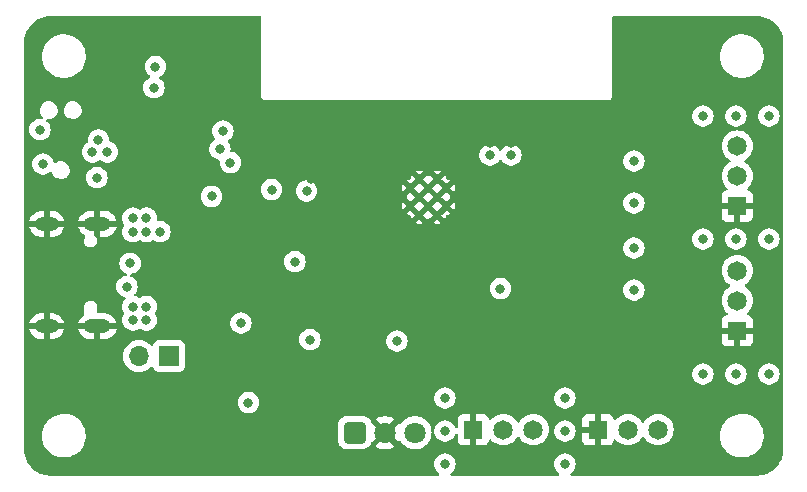
<source format=gbr>
%TF.GenerationSoftware,KiCad,Pcbnew,7.0.6-0*%
%TF.CreationDate,2023-08-21T23:56:37-04:00*%
%TF.ProjectId,wled-esp32-control-board,776c6564-2d65-4737-9033-322d636f6e74,B*%
%TF.SameCoordinates,Original*%
%TF.FileFunction,Copper,L2,Inr*%
%TF.FilePolarity,Positive*%
%FSLAX46Y46*%
G04 Gerber Fmt 4.6, Leading zero omitted, Abs format (unit mm)*
G04 Created by KiCad (PCBNEW 7.0.6-0) date 2023-08-21 23:56:37*
%MOMM*%
%LPD*%
G01*
G04 APERTURE LIST*
G04 Aperture macros list*
%AMRoundRect*
0 Rectangle with rounded corners*
0 $1 Rounding radius*
0 $2 $3 $4 $5 $6 $7 $8 $9 X,Y pos of 4 corners*
0 Add a 4 corners polygon primitive as box body*
4,1,4,$2,$3,$4,$5,$6,$7,$8,$9,$2,$3,0*
0 Add four circle primitives for the rounded corners*
1,1,$1+$1,$2,$3*
1,1,$1+$1,$4,$5*
1,1,$1+$1,$6,$7*
1,1,$1+$1,$8,$9*
0 Add four rect primitives between the rounded corners*
20,1,$1+$1,$2,$3,$4,$5,0*
20,1,$1+$1,$4,$5,$6,$7,0*
20,1,$1+$1,$6,$7,$8,$9,0*
20,1,$1+$1,$8,$9,$2,$3,0*%
G04 Aperture macros list end*
%TA.AperFunction,ComponentPad*%
%ADD10O,2.300000X1.200000*%
%TD*%
%TA.AperFunction,ComponentPad*%
%ADD11O,2.000000X1.200000*%
%TD*%
%TA.AperFunction,ComponentPad*%
%ADD12R,1.700000X1.700000*%
%TD*%
%TA.AperFunction,ComponentPad*%
%ADD13O,1.700000X1.700000*%
%TD*%
%TA.AperFunction,ComponentPad*%
%ADD14R,1.650000X1.650000*%
%TD*%
%TA.AperFunction,ComponentPad*%
%ADD15C,1.650000*%
%TD*%
%TA.AperFunction,ComponentPad*%
%ADD16RoundRect,0.250200X-0.649800X-0.649800X0.649800X-0.649800X0.649800X0.649800X-0.649800X0.649800X0*%
%TD*%
%TA.AperFunction,ComponentPad*%
%ADD17C,1.800000*%
%TD*%
%TA.AperFunction,ComponentPad*%
%ADD18C,0.475000*%
%TD*%
%TA.AperFunction,ViaPad*%
%ADD19C,0.800000*%
%TD*%
G04 APERTURE END LIST*
D10*
%TO.N,GND*%
%TO.C,J201*%
X104431000Y-86348000D03*
D11*
X100156000Y-86348000D03*
D10*
X104431000Y-94998000D03*
D11*
X100156000Y-94998000D03*
%TD*%
D12*
%TO.N,/LED_PWR*%
%TO.C,SW101*%
X110495000Y-97536000D03*
D13*
%TO.N,VCC*%
X107955000Y-97536000D03*
%TD*%
D14*
%TO.N,GND*%
%TO.C,J104*%
X136271000Y-103759000D03*
D15*
%TO.N,Net-(J104-Pin_2)*%
X138811000Y-103759000D03*
%TO.N,/LED_PWR*%
X141351000Y-103759000D03*
%TD*%
D16*
%TO.N,/IR_RECV*%
%TO.C,U106*%
X126238000Y-104013000D03*
D17*
%TO.N,GND*%
X128778000Y-104013000D03*
%TO.N,+3.3V*%
X131318000Y-104013000D03*
%TD*%
D14*
%TO.N,GND*%
%TO.C,J102*%
X158623000Y-95377000D03*
D15*
%TO.N,Net-(J102-Pin_2)*%
X158623000Y-92837000D03*
%TO.N,/LED_PWR*%
X158623000Y-90297000D03*
%TD*%
D14*
%TO.N,GND*%
%TO.C,J101*%
X158623000Y-84836000D03*
D15*
%TO.N,Net-(J101-Pin_2)*%
X158623000Y-82296000D03*
%TO.N,/LED_PWR*%
X158623000Y-79756000D03*
%TD*%
D14*
%TO.N,GND*%
%TO.C,J103*%
X146812000Y-103759000D03*
D15*
%TO.N,Net-(J103-Pin_2)*%
X149352000Y-103759000D03*
%TO.N,/LED_PWR*%
X151892000Y-103759000D03*
%TD*%
D18*
%TO.N,GND*%
%TO.C,U103*%
X130943500Y-83310500D03*
X130943500Y-84835500D03*
X131706000Y-82548000D03*
X131706000Y-84073000D03*
X131706000Y-85598000D03*
X132468500Y-83310500D03*
X132468500Y-84835500D03*
X133231000Y-82548000D03*
X133231000Y-84073000D03*
X133231000Y-85598000D03*
X133993500Y-83310500D03*
X133993500Y-84835500D03*
%TD*%
D19*
%TO.N,+3.3V*%
X129794000Y-96266000D03*
X115062000Y-78486000D03*
%TO.N,GND*%
X113030000Y-81788000D03*
X117094000Y-77089000D03*
X139446000Y-79518497D03*
X144780000Y-82804000D03*
X144780000Y-80899000D03*
X122936000Y-105537000D03*
X108559600Y-77063200D03*
X144780000Y-93980000D03*
X144780000Y-92075000D03*
X105029000Y-97028000D03*
X120904000Y-77089000D03*
X113284000Y-97536000D03*
X99822000Y-84328000D03*
X144780000Y-86487000D03*
X117094000Y-89789000D03*
X144780000Y-84582000D03*
X113538000Y-105537000D03*
X144780000Y-90170000D03*
X122555000Y-82550000D03*
X111836200Y-95173800D03*
X143637000Y-76708000D03*
X127381000Y-96393000D03*
X105537000Y-76073000D03*
X144780000Y-88265000D03*
X109474000Y-71374000D03*
X111506000Y-89662000D03*
X137693449Y-79493048D03*
X107061000Y-76073000D03*
X99657500Y-79756000D03*
X115062000Y-97536000D03*
X103632000Y-84074000D03*
X116078000Y-90932000D03*
X122555000Y-76708000D03*
%TO.N,+5V*%
X149860000Y-81026000D03*
X99822000Y-81280000D03*
X149860000Y-88392000D03*
X104521000Y-79248000D03*
X105283000Y-80264000D03*
X149860000Y-84582000D03*
X116586000Y-94742000D03*
X149860000Y-91948000D03*
X104013000Y-80264000D03*
%TO.N,/EN*%
X121158000Y-89535000D03*
X104394000Y-82423000D03*
X119187200Y-83439000D03*
%TO.N,/IO0*%
X117221000Y-101473000D03*
X99568000Y-78359000D03*
X122428000Y-96139000D03*
X138557000Y-91821000D03*
%TO.N,/USB-TTL-AutoProgram/D_P*%
X106934000Y-91644100D03*
X107205174Y-89679174D03*
%TO.N,VCC*%
X108585000Y-93345000D03*
X107442000Y-94488000D03*
X108585000Y-94488000D03*
X107442000Y-86995000D03*
X109728000Y-86995000D03*
X107442000Y-93345000D03*
X108585000Y-86995000D03*
X108585000Y-85852000D03*
X107442000Y-85852000D03*
%TO.N,/ESP_TX*%
X139446000Y-80518000D03*
X115697000Y-81153000D03*
X109220000Y-74803000D03*
%TO.N,/ESP_RX*%
X109347000Y-73025000D03*
X137668000Y-80518000D03*
X114808000Y-80010000D03*
%TO.N,/USB-TTL-AutoProgram/DTR*%
X114109500Y-84010500D03*
X122148600Y-83566000D03*
%TO.N,/LED_PWR*%
X144018000Y-106680000D03*
X144018000Y-103886000D03*
X158496000Y-99060000D03*
X161290000Y-87630000D03*
X133858000Y-103886000D03*
X161290000Y-99060000D03*
X158496000Y-77216000D03*
X133858000Y-101092000D03*
X144018000Y-101092000D03*
X158496000Y-87630000D03*
X155702000Y-77216000D03*
X155702000Y-87630000D03*
X133858000Y-106680000D03*
X161290000Y-77216000D03*
X155702000Y-99060000D03*
%TD*%
%TA.AperFunction,Conductor*%
%TO.N,GND*%
G36*
X118260539Y-68773185D02*
G01*
X118306294Y-68825989D01*
X118317500Y-68877500D01*
X118317500Y-75505784D01*
X118314437Y-75527745D01*
X118313598Y-75536792D01*
X118317235Y-75576035D01*
X118317500Y-75581758D01*
X118317500Y-75592843D01*
X118317501Y-75592855D01*
X118319536Y-75603749D01*
X118320327Y-75609415D01*
X118323964Y-75648658D01*
X118326443Y-75657372D01*
X118329667Y-75666989D01*
X118332938Y-75675432D01*
X118332939Y-75675433D01*
X118353690Y-75708948D01*
X118356467Y-75713933D01*
X118362442Y-75725931D01*
X118374042Y-75749228D01*
X118379526Y-75756490D01*
X118385957Y-75764235D01*
X118392080Y-75770951D01*
X118423535Y-75794706D01*
X118427943Y-75798366D01*
X118428006Y-75798423D01*
X118457067Y-75824916D01*
X118457068Y-75824916D01*
X118457069Y-75824917D01*
X118464797Y-75829702D01*
X118473580Y-75834594D01*
X118481732Y-75838653D01*
X118481736Y-75838656D01*
X118519660Y-75849445D01*
X118525054Y-75851253D01*
X118561827Y-75865500D01*
X118561829Y-75865500D01*
X118570755Y-75867169D01*
X118580742Y-75868562D01*
X118589792Y-75869401D01*
X118589792Y-75869400D01*
X118589793Y-75869401D01*
X118598847Y-75868562D01*
X118629036Y-75865765D01*
X118634759Y-75865500D01*
X147641785Y-75865500D01*
X147663742Y-75868562D01*
X147672792Y-75869401D01*
X147672792Y-75869400D01*
X147672793Y-75869401D01*
X147681847Y-75868562D01*
X147712036Y-75865765D01*
X147717759Y-75865500D01*
X147728844Y-75865500D01*
X147739757Y-75863459D01*
X147745387Y-75862673D01*
X147784660Y-75859035D01*
X147784665Y-75859032D01*
X147793421Y-75856541D01*
X147802940Y-75853350D01*
X147811431Y-75850061D01*
X147811433Y-75850061D01*
X147844965Y-75829297D01*
X147849919Y-75826538D01*
X147885228Y-75808958D01*
X147885228Y-75808957D01*
X147892523Y-75803448D01*
X147900197Y-75797076D01*
X147906949Y-75790921D01*
X147906949Y-75790920D01*
X147906952Y-75790919D01*
X147930715Y-75759449D01*
X147934341Y-75755082D01*
X147960916Y-75725933D01*
X147960918Y-75725927D01*
X147965721Y-75718170D01*
X147970579Y-75709448D01*
X147974650Y-75701271D01*
X147974656Y-75701264D01*
X147985445Y-75663338D01*
X147987251Y-75657951D01*
X148001500Y-75621173D01*
X148001500Y-75621170D01*
X148001501Y-75621168D01*
X148003172Y-75612229D01*
X148004561Y-75602276D01*
X148005401Y-75593207D01*
X148001765Y-75553964D01*
X148001500Y-75548241D01*
X148001500Y-72203763D01*
X157145787Y-72203763D01*
X157175413Y-72473013D01*
X157175415Y-72473024D01*
X157223440Y-72656722D01*
X157243928Y-72735088D01*
X157349870Y-72984390D01*
X157421998Y-73102575D01*
X157490979Y-73215605D01*
X157490986Y-73215615D01*
X157664253Y-73423819D01*
X157664259Y-73423824D01*
X157865998Y-73604582D01*
X158091910Y-73754044D01*
X158337176Y-73869020D01*
X158337183Y-73869022D01*
X158337185Y-73869023D01*
X158596557Y-73947057D01*
X158596564Y-73947058D01*
X158596569Y-73947060D01*
X158864561Y-73986500D01*
X158864566Y-73986500D01*
X159067636Y-73986500D01*
X159119133Y-73982730D01*
X159270156Y-73971677D01*
X159404027Y-73941856D01*
X159534546Y-73912782D01*
X159534548Y-73912781D01*
X159534553Y-73912780D01*
X159787558Y-73816014D01*
X160023777Y-73683441D01*
X160238177Y-73517888D01*
X160426186Y-73322881D01*
X160583799Y-73102579D01*
X160657787Y-72958669D01*
X160707649Y-72861690D01*
X160707651Y-72861684D01*
X160707656Y-72861675D01*
X160795118Y-72605305D01*
X160844319Y-72338933D01*
X160854212Y-72068235D01*
X160824586Y-71798982D01*
X160756072Y-71536912D01*
X160650130Y-71287610D01*
X160509018Y-71056390D01*
X160471471Y-71011272D01*
X160335746Y-70848180D01*
X160335740Y-70848175D01*
X160134002Y-70667418D01*
X159908092Y-70517957D01*
X159904875Y-70516449D01*
X159662824Y-70402980D01*
X159662819Y-70402978D01*
X159662814Y-70402976D01*
X159403442Y-70324942D01*
X159403428Y-70324939D01*
X159287791Y-70307921D01*
X159135439Y-70285500D01*
X158932369Y-70285500D01*
X158932364Y-70285500D01*
X158729844Y-70300323D01*
X158729831Y-70300325D01*
X158465453Y-70359217D01*
X158465446Y-70359220D01*
X158212439Y-70455987D01*
X157976226Y-70588557D01*
X157761822Y-70754112D01*
X157573822Y-70949109D01*
X157573816Y-70949116D01*
X157416202Y-71169419D01*
X157416199Y-71169424D01*
X157292350Y-71410309D01*
X157292343Y-71410327D01*
X157204884Y-71666685D01*
X157204881Y-71666699D01*
X157155681Y-71933068D01*
X157155680Y-71933075D01*
X157145787Y-72203763D01*
X148001500Y-72203763D01*
X148001500Y-68877500D01*
X148021185Y-68810461D01*
X148073989Y-68764706D01*
X148125500Y-68753500D01*
X160270964Y-68753500D01*
X160274927Y-68753627D01*
X160458079Y-68765353D01*
X160540173Y-68770610D01*
X160547583Y-68771536D01*
X160807135Y-68820049D01*
X160814389Y-68821865D01*
X161066187Y-68901306D01*
X161073176Y-68903985D01*
X161313556Y-69013195D01*
X161320176Y-69016699D01*
X161545651Y-69154095D01*
X161551779Y-69158357D01*
X161611709Y-69205653D01*
X161759046Y-69321929D01*
X161764638Y-69326918D01*
X161796222Y-69358726D01*
X161944379Y-69507937D01*
X161950661Y-69514263D01*
X161955603Y-69519880D01*
X162031007Y-69616831D01*
X162117700Y-69728298D01*
X162121934Y-69734477D01*
X162232696Y-69919176D01*
X162257724Y-69960910D01*
X162261183Y-69967558D01*
X162368683Y-70208698D01*
X162371315Y-70215714D01*
X162448968Y-70468057D01*
X162450736Y-70475339D01*
X162497404Y-70735194D01*
X162498281Y-70742636D01*
X162513395Y-71008135D01*
X162513495Y-71011880D01*
X162513303Y-71065653D01*
X162513500Y-71068199D01*
X162513500Y-105408122D01*
X162513387Y-105411866D01*
X162497398Y-105676195D01*
X162496494Y-105683634D01*
X162449098Y-105942260D01*
X162447305Y-105949536D01*
X162369088Y-106200547D01*
X162366430Y-106207554D01*
X162258519Y-106447325D01*
X162255036Y-106453961D01*
X162119013Y-106678969D01*
X162114756Y-106685136D01*
X161952602Y-106892111D01*
X161947633Y-106897720D01*
X161761720Y-107083633D01*
X161756111Y-107088602D01*
X161549136Y-107250756D01*
X161542969Y-107255013D01*
X161317961Y-107391036D01*
X161311325Y-107394519D01*
X161071554Y-107502430D01*
X161064547Y-107505088D01*
X160813536Y-107583305D01*
X160806260Y-107585098D01*
X160547634Y-107632494D01*
X160540195Y-107633398D01*
X160275866Y-107649387D01*
X160272122Y-107649500D01*
X144597252Y-107649500D01*
X144530213Y-107629815D01*
X144484458Y-107577011D01*
X144474514Y-107507853D01*
X144503539Y-107444297D01*
X144524367Y-107425182D01*
X144568690Y-107392979D01*
X144623871Y-107352888D01*
X144750533Y-107212216D01*
X144845179Y-107048284D01*
X144903674Y-106868256D01*
X144923460Y-106680000D01*
X144903674Y-106491744D01*
X144845179Y-106311716D01*
X144750533Y-106147784D01*
X144623871Y-106007112D01*
X144614110Y-106000020D01*
X144470734Y-105895851D01*
X144470729Y-105895848D01*
X144297807Y-105818857D01*
X144297802Y-105818855D01*
X144152000Y-105787865D01*
X144112646Y-105779500D01*
X143923354Y-105779500D01*
X143890897Y-105786398D01*
X143738197Y-105818855D01*
X143738192Y-105818857D01*
X143565270Y-105895848D01*
X143565265Y-105895851D01*
X143412129Y-106007111D01*
X143285466Y-106147785D01*
X143190821Y-106311715D01*
X143190818Y-106311722D01*
X143132327Y-106491740D01*
X143132326Y-106491744D01*
X143112540Y-106680000D01*
X143132326Y-106868256D01*
X143132327Y-106868259D01*
X143190818Y-107048277D01*
X143190821Y-107048284D01*
X143285467Y-107212216D01*
X143324002Y-107255013D01*
X143412129Y-107352888D01*
X143511633Y-107425182D01*
X143554299Y-107480512D01*
X143560278Y-107550125D01*
X143527672Y-107611920D01*
X143466834Y-107646277D01*
X143438748Y-107649500D01*
X134437252Y-107649500D01*
X134370213Y-107629815D01*
X134324458Y-107577011D01*
X134314514Y-107507853D01*
X134343539Y-107444297D01*
X134364367Y-107425182D01*
X134408690Y-107392979D01*
X134463871Y-107352888D01*
X134590533Y-107212216D01*
X134685179Y-107048284D01*
X134743674Y-106868256D01*
X134763460Y-106680000D01*
X134743674Y-106491744D01*
X134685179Y-106311716D01*
X134590533Y-106147784D01*
X134463871Y-106007112D01*
X134454110Y-106000020D01*
X134310734Y-105895851D01*
X134310729Y-105895848D01*
X134137807Y-105818857D01*
X134137802Y-105818855D01*
X133992000Y-105787865D01*
X133952646Y-105779500D01*
X133763354Y-105779500D01*
X133730897Y-105786398D01*
X133578197Y-105818855D01*
X133578192Y-105818857D01*
X133405270Y-105895848D01*
X133405265Y-105895851D01*
X133252129Y-106007111D01*
X133125466Y-106147785D01*
X133030821Y-106311715D01*
X133030818Y-106311722D01*
X132972327Y-106491740D01*
X132972326Y-106491744D01*
X132952540Y-106680000D01*
X132972326Y-106868256D01*
X132972327Y-106868259D01*
X133030818Y-107048277D01*
X133030821Y-107048284D01*
X133125467Y-107212216D01*
X133164002Y-107255013D01*
X133252129Y-107352888D01*
X133351633Y-107425182D01*
X133394299Y-107480512D01*
X133400278Y-107550125D01*
X133367672Y-107611920D01*
X133306834Y-107646277D01*
X133278748Y-107649500D01*
X100458878Y-107649500D01*
X100455134Y-107649387D01*
X100190804Y-107633398D01*
X100183365Y-107632494D01*
X99924739Y-107585098D01*
X99917463Y-107583305D01*
X99750680Y-107531334D01*
X99666447Y-107505086D01*
X99659445Y-107502430D01*
X99419674Y-107394519D01*
X99413038Y-107391036D01*
X99188030Y-107255013D01*
X99181863Y-107250756D01*
X98974888Y-107088602D01*
X98969287Y-107083640D01*
X98783358Y-106897711D01*
X98778397Y-106892111D01*
X98616243Y-106685136D01*
X98611986Y-106678969D01*
X98498804Y-106491744D01*
X98475960Y-106453956D01*
X98472480Y-106447325D01*
X98364569Y-106207554D01*
X98361916Y-106200561D01*
X98283692Y-105949530D01*
X98281901Y-105942260D01*
X98234505Y-105683634D01*
X98233601Y-105676195D01*
X98231949Y-105648888D01*
X98217712Y-105413499D01*
X98217613Y-105411866D01*
X98217500Y-105408122D01*
X98217500Y-104334763D01*
X99745787Y-104334763D01*
X99775413Y-104604013D01*
X99775415Y-104604024D01*
X99835612Y-104834279D01*
X99843928Y-104866088D01*
X99949870Y-105115390D01*
X100090979Y-105346605D01*
X100090986Y-105346615D01*
X100264253Y-105554819D01*
X100264259Y-105554824D01*
X100465998Y-105735582D01*
X100691910Y-105885044D01*
X100937176Y-106000020D01*
X100937183Y-106000022D01*
X100937185Y-106000023D01*
X101196557Y-106078057D01*
X101196564Y-106078058D01*
X101196569Y-106078060D01*
X101464561Y-106117500D01*
X101464566Y-106117500D01*
X101667636Y-106117500D01*
X101719133Y-106113730D01*
X101870156Y-106102677D01*
X101982758Y-106077593D01*
X102134546Y-106043782D01*
X102134548Y-106043781D01*
X102134553Y-106043780D01*
X102387558Y-105947014D01*
X102623777Y-105814441D01*
X102838177Y-105648888D01*
X103026186Y-105453881D01*
X103183799Y-105233579D01*
X103279768Y-105046918D01*
X103307649Y-104992690D01*
X103307651Y-104992684D01*
X103307656Y-104992675D01*
X103395118Y-104736305D01*
X103399453Y-104712833D01*
X124837500Y-104712833D01*
X124848003Y-104815638D01*
X124903202Y-104982217D01*
X124903204Y-104982222D01*
X124931042Y-105027354D01*
X124995330Y-105131581D01*
X125119419Y-105255670D01*
X125268780Y-105347797D01*
X125351771Y-105375297D01*
X125435361Y-105402996D01*
X125472236Y-105406763D01*
X125538174Y-105413500D01*
X125538178Y-105413500D01*
X126937822Y-105413500D01*
X126937826Y-105413500D01*
X127040638Y-105402996D01*
X127207220Y-105347797D01*
X127356581Y-105255670D01*
X127480670Y-105131581D01*
X127572797Y-104982220D01*
X127621819Y-104834278D01*
X127651844Y-104785601D01*
X128333549Y-104103895D01*
X128334327Y-104114265D01*
X128383887Y-104240541D01*
X128468465Y-104346599D01*
X128580547Y-104423016D01*
X128688299Y-104456253D01*
X127979199Y-105165351D01*
X128009650Y-105189050D01*
X128213697Y-105299476D01*
X128213706Y-105299479D01*
X128433139Y-105374811D01*
X128661993Y-105413000D01*
X128894007Y-105413000D01*
X129122860Y-105374811D01*
X129342293Y-105299479D01*
X129342302Y-105299476D01*
X129546350Y-105189050D01*
X129576798Y-105165351D01*
X128866231Y-104454784D01*
X128912138Y-104447865D01*
X129034357Y-104389007D01*
X129133798Y-104296740D01*
X129201625Y-104179260D01*
X129219499Y-104100945D01*
X129929186Y-104810634D01*
X129943892Y-104788126D01*
X129997038Y-104742769D01*
X130066269Y-104733345D01*
X130129605Y-104762847D01*
X130151510Y-104788126D01*
X130209016Y-104876147D01*
X130209019Y-104876151D01*
X130209021Y-104876153D01*
X130366216Y-105046913D01*
X130366219Y-105046915D01*
X130366222Y-105046918D01*
X130549365Y-105189464D01*
X130549371Y-105189468D01*
X130549374Y-105189470D01*
X130630882Y-105233580D01*
X130752652Y-105299479D01*
X130753497Y-105299936D01*
X130867487Y-105339068D01*
X130973015Y-105375297D01*
X130973017Y-105375297D01*
X130973019Y-105375298D01*
X131201951Y-105413500D01*
X131201952Y-105413500D01*
X131434048Y-105413500D01*
X131434049Y-105413500D01*
X131662981Y-105375298D01*
X131882503Y-105299936D01*
X132086626Y-105189470D01*
X132269784Y-105046913D01*
X132426979Y-104876153D01*
X132553924Y-104681849D01*
X132647157Y-104469300D01*
X132704134Y-104244305D01*
X132721274Y-104037442D01*
X132746426Y-103972262D01*
X132783485Y-103945165D01*
X132772779Y-103938847D01*
X132894012Y-103938847D01*
X132933514Y-103960998D01*
X132966306Y-104022695D01*
X132968170Y-104034722D01*
X132972325Y-104074253D01*
X132972326Y-104074257D01*
X133030818Y-104254277D01*
X133030821Y-104254284D01*
X133125467Y-104418216D01*
X133252128Y-104558888D01*
X133252129Y-104558888D01*
X133405265Y-104670148D01*
X133405270Y-104670151D01*
X133578192Y-104747142D01*
X133578197Y-104747144D01*
X133763354Y-104786500D01*
X133763355Y-104786500D01*
X133952644Y-104786500D01*
X133952646Y-104786500D01*
X134137803Y-104747144D01*
X134310730Y-104670151D01*
X134463871Y-104558888D01*
X134590533Y-104418216D01*
X134685179Y-104254284D01*
X134698243Y-104214079D01*
X134704069Y-104196147D01*
X134743506Y-104138472D01*
X134807865Y-104111273D01*
X134876711Y-104123187D01*
X134928187Y-104170431D01*
X134946000Y-104234465D01*
X134946000Y-104631844D01*
X134952401Y-104691372D01*
X134952403Y-104691379D01*
X135002645Y-104826086D01*
X135002649Y-104826093D01*
X135088809Y-104941187D01*
X135088812Y-104941190D01*
X135203906Y-105027350D01*
X135203913Y-105027354D01*
X135338620Y-105077596D01*
X135338627Y-105077598D01*
X135398155Y-105083999D01*
X135398172Y-105084000D01*
X136021000Y-105084000D01*
X136021000Y-104250683D01*
X136049819Y-104268209D01*
X136195404Y-104309000D01*
X136308622Y-104309000D01*
X136420783Y-104293584D01*
X136521000Y-104250053D01*
X136521000Y-105084000D01*
X137143828Y-105084000D01*
X137143844Y-105083999D01*
X137203372Y-105077598D01*
X137203379Y-105077596D01*
X137338086Y-105027354D01*
X137338093Y-105027350D01*
X137453187Y-104941190D01*
X137453190Y-104941187D01*
X137539350Y-104826093D01*
X137539354Y-104826086D01*
X137589596Y-104691379D01*
X137591380Y-104683832D01*
X137594160Y-104684488D01*
X137615721Y-104632405D01*
X137673104Y-104592544D01*
X137742929Y-104590035D01*
X137799970Y-104622509D01*
X137955731Y-104778270D01*
X138145718Y-104911301D01*
X138355921Y-105009320D01*
X138579950Y-105069349D01*
X138744985Y-105083787D01*
X138810998Y-105089563D01*
X138811000Y-105089563D01*
X138811002Y-105089563D01*
X138874586Y-105084000D01*
X139042050Y-105069349D01*
X139266079Y-105009320D01*
X139476282Y-104911301D01*
X139666269Y-104778270D01*
X139830270Y-104614269D01*
X139963301Y-104424282D01*
X139968618Y-104412878D01*
X140014790Y-104360440D01*
X140081984Y-104341288D01*
X140148865Y-104361504D01*
X140193381Y-104412878D01*
X140198699Y-104424282D01*
X140331730Y-104614269D01*
X140495731Y-104778270D01*
X140685718Y-104911301D01*
X140895921Y-105009320D01*
X141119950Y-105069349D01*
X141284985Y-105083787D01*
X141350998Y-105089563D01*
X141351000Y-105089563D01*
X141351002Y-105089563D01*
X141414586Y-105084000D01*
X141582050Y-105069349D01*
X141806079Y-105009320D01*
X142016282Y-104911301D01*
X142206269Y-104778270D01*
X142370270Y-104614269D01*
X142503301Y-104424282D01*
X142601320Y-104214079D01*
X142661349Y-103990050D01*
X142670452Y-103886000D01*
X143112540Y-103886000D01*
X143132326Y-104074256D01*
X143132327Y-104074259D01*
X143190818Y-104254277D01*
X143190821Y-104254284D01*
X143285467Y-104418216D01*
X143412128Y-104558888D01*
X143412129Y-104558888D01*
X143565265Y-104670148D01*
X143565270Y-104670151D01*
X143738192Y-104747142D01*
X143738197Y-104747144D01*
X143923354Y-104786500D01*
X143923355Y-104786500D01*
X144112644Y-104786500D01*
X144112646Y-104786500D01*
X144297803Y-104747144D01*
X144470730Y-104670151D01*
X144523455Y-104631844D01*
X145487000Y-104631844D01*
X145493401Y-104691372D01*
X145493403Y-104691379D01*
X145543645Y-104826086D01*
X145543649Y-104826093D01*
X145629809Y-104941187D01*
X145629812Y-104941190D01*
X145744906Y-105027350D01*
X145744913Y-105027354D01*
X145879620Y-105077596D01*
X145879627Y-105077598D01*
X145939155Y-105083999D01*
X145939172Y-105084000D01*
X146562000Y-105084000D01*
X146562000Y-104250683D01*
X146590819Y-104268209D01*
X146736404Y-104309000D01*
X146849622Y-104309000D01*
X146961783Y-104293584D01*
X147062000Y-104250053D01*
X147062000Y-105084000D01*
X147684828Y-105084000D01*
X147684844Y-105083999D01*
X147744372Y-105077598D01*
X147744379Y-105077596D01*
X147879086Y-105027354D01*
X147879093Y-105027350D01*
X147994187Y-104941190D01*
X147994190Y-104941187D01*
X148080350Y-104826093D01*
X148080354Y-104826086D01*
X148130596Y-104691379D01*
X148132380Y-104683832D01*
X148135160Y-104684488D01*
X148156721Y-104632405D01*
X148214104Y-104592544D01*
X148283929Y-104590035D01*
X148340970Y-104622509D01*
X148496731Y-104778270D01*
X148686718Y-104911301D01*
X148896921Y-105009320D01*
X149120950Y-105069349D01*
X149285985Y-105083787D01*
X149351998Y-105089563D01*
X149352000Y-105089563D01*
X149352002Y-105089563D01*
X149415586Y-105084000D01*
X149583050Y-105069349D01*
X149807079Y-105009320D01*
X150017282Y-104911301D01*
X150207269Y-104778270D01*
X150371270Y-104614269D01*
X150504301Y-104424282D01*
X150509618Y-104412878D01*
X150555790Y-104360440D01*
X150622984Y-104341288D01*
X150689865Y-104361504D01*
X150734381Y-104412878D01*
X150739699Y-104424282D01*
X150872730Y-104614269D01*
X151036731Y-104778270D01*
X151226718Y-104911301D01*
X151436921Y-105009320D01*
X151660950Y-105069349D01*
X151825985Y-105083787D01*
X151891998Y-105089563D01*
X151892000Y-105089563D01*
X151892002Y-105089563D01*
X151955586Y-105084000D01*
X152123050Y-105069349D01*
X152347079Y-105009320D01*
X152557282Y-104911301D01*
X152747269Y-104778270D01*
X152911270Y-104614269D01*
X153044301Y-104424282D01*
X153086044Y-104334763D01*
X157145787Y-104334763D01*
X157175413Y-104604013D01*
X157175415Y-104604024D01*
X157235612Y-104834279D01*
X157243928Y-104866088D01*
X157349870Y-105115390D01*
X157490979Y-105346605D01*
X157490986Y-105346615D01*
X157664253Y-105554819D01*
X157664259Y-105554824D01*
X157865998Y-105735582D01*
X158091910Y-105885044D01*
X158337176Y-106000020D01*
X158337183Y-106000022D01*
X158337185Y-106000023D01*
X158596557Y-106078057D01*
X158596564Y-106078058D01*
X158596569Y-106078060D01*
X158864561Y-106117500D01*
X158864566Y-106117500D01*
X159067636Y-106117500D01*
X159119133Y-106113730D01*
X159270156Y-106102677D01*
X159382758Y-106077593D01*
X159534546Y-106043782D01*
X159534548Y-106043781D01*
X159534553Y-106043780D01*
X159787558Y-105947014D01*
X160023777Y-105814441D01*
X160238177Y-105648888D01*
X160426186Y-105453881D01*
X160583799Y-105233579D01*
X160679768Y-105046918D01*
X160707649Y-104992690D01*
X160707651Y-104992684D01*
X160707656Y-104992675D01*
X160795118Y-104736305D01*
X160844319Y-104469933D01*
X160854212Y-104199235D01*
X160824586Y-103929982D01*
X160756072Y-103667912D01*
X160650130Y-103418610D01*
X160509018Y-103187390D01*
X160483304Y-103156491D01*
X160335746Y-102979180D01*
X160335740Y-102979175D01*
X160134002Y-102798418D01*
X159908092Y-102648957D01*
X159852727Y-102623003D01*
X159662824Y-102533980D01*
X159662819Y-102533978D01*
X159662814Y-102533976D01*
X159403442Y-102455942D01*
X159403428Y-102455939D01*
X159287791Y-102438921D01*
X159135439Y-102416500D01*
X158932369Y-102416500D01*
X158932364Y-102416500D01*
X158729844Y-102431323D01*
X158729831Y-102431325D01*
X158465453Y-102490217D01*
X158465446Y-102490220D01*
X158212439Y-102586987D01*
X157976226Y-102719557D01*
X157976224Y-102719558D01*
X157976223Y-102719559D01*
X157950099Y-102739731D01*
X157761822Y-102885112D01*
X157573822Y-103080109D01*
X157573816Y-103080116D01*
X157416202Y-103300419D01*
X157416199Y-103300424D01*
X157292350Y-103541309D01*
X157292343Y-103541327D01*
X157204884Y-103797685D01*
X157204881Y-103797699D01*
X157180449Y-103929975D01*
X157165114Y-104013000D01*
X157155681Y-104064068D01*
X157155680Y-104064075D01*
X157145787Y-104334763D01*
X153086044Y-104334763D01*
X153142320Y-104214079D01*
X153202349Y-103990050D01*
X153222563Y-103759000D01*
X153219248Y-103721114D01*
X153214594Y-103667912D01*
X153202349Y-103527950D01*
X153142320Y-103303921D01*
X153044301Y-103093719D01*
X153044299Y-103093716D01*
X153044298Y-103093714D01*
X152911273Y-102903735D01*
X152911268Y-102903729D01*
X152747269Y-102739730D01*
X152747263Y-102739726D01*
X152557282Y-102606699D01*
X152347079Y-102508680D01*
X152347076Y-102508679D01*
X152347074Y-102508678D01*
X152123051Y-102448651D01*
X152123044Y-102448650D01*
X151892002Y-102428437D01*
X151891998Y-102428437D01*
X151660955Y-102448650D01*
X151660948Y-102448651D01*
X151436917Y-102508681D01*
X151226718Y-102606699D01*
X151226714Y-102606701D01*
X151036735Y-102739726D01*
X151036729Y-102739731D01*
X150872731Y-102903729D01*
X150872726Y-102903735D01*
X150739701Y-103093714D01*
X150739695Y-103093725D01*
X150734377Y-103105129D01*
X150688201Y-103157565D01*
X150621006Y-103176712D01*
X150554126Y-103156491D01*
X150509618Y-103105121D01*
X150504301Y-103093719D01*
X150469333Y-103043780D01*
X150371273Y-102903735D01*
X150371268Y-102903729D01*
X150207269Y-102739730D01*
X150207263Y-102739726D01*
X150017282Y-102606699D01*
X149807079Y-102508680D01*
X149807076Y-102508679D01*
X149807074Y-102508678D01*
X149583051Y-102448651D01*
X149583044Y-102448650D01*
X149352002Y-102428437D01*
X149351998Y-102428437D01*
X149120955Y-102448650D01*
X149120948Y-102448651D01*
X148896917Y-102508681D01*
X148686718Y-102606699D01*
X148686714Y-102606701D01*
X148496735Y-102739726D01*
X148340970Y-102895491D01*
X148279647Y-102928975D01*
X148209955Y-102923991D01*
X148154022Y-102882119D01*
X148134923Y-102833567D01*
X148132380Y-102834168D01*
X148130596Y-102826620D01*
X148080354Y-102691913D01*
X148080350Y-102691906D01*
X147994190Y-102576812D01*
X147994187Y-102576809D01*
X147879093Y-102490649D01*
X147879086Y-102490645D01*
X147744379Y-102440403D01*
X147744372Y-102440401D01*
X147684844Y-102434000D01*
X147062000Y-102434000D01*
X147062000Y-103267316D01*
X147033181Y-103249791D01*
X146887596Y-103209000D01*
X146774378Y-103209000D01*
X146662217Y-103224416D01*
X146562000Y-103267946D01*
X146562000Y-102434000D01*
X145939155Y-102434000D01*
X145879627Y-102440401D01*
X145879620Y-102440403D01*
X145744913Y-102490645D01*
X145744906Y-102490649D01*
X145629812Y-102576809D01*
X145629809Y-102576812D01*
X145543649Y-102691906D01*
X145543645Y-102691913D01*
X145493403Y-102826620D01*
X145493401Y-102826627D01*
X145487000Y-102886155D01*
X145487000Y-103509000D01*
X146317148Y-103509000D01*
X146268441Y-103646047D01*
X146258123Y-103796886D01*
X146288884Y-103944915D01*
X146322090Y-104009000D01*
X145487000Y-104009000D01*
X145487000Y-104631844D01*
X144523455Y-104631844D01*
X144623871Y-104558888D01*
X144750533Y-104418216D01*
X144845179Y-104254284D01*
X144903674Y-104074256D01*
X144923460Y-103886000D01*
X144903674Y-103697744D01*
X144845179Y-103517716D01*
X144750533Y-103353784D01*
X144623871Y-103213112D01*
X144620085Y-103210361D01*
X144470734Y-103101851D01*
X144470729Y-103101848D01*
X144297807Y-103024857D01*
X144297802Y-103024855D01*
X144152000Y-102993865D01*
X144112646Y-102985500D01*
X143923354Y-102985500D01*
X143890897Y-102992398D01*
X143738197Y-103024855D01*
X143738192Y-103024857D01*
X143565270Y-103101848D01*
X143565265Y-103101851D01*
X143412129Y-103213111D01*
X143285466Y-103353785D01*
X143190821Y-103517715D01*
X143190818Y-103517722D01*
X143144501Y-103660272D01*
X143132326Y-103697744D01*
X143112540Y-103886000D01*
X142670452Y-103886000D01*
X142681563Y-103759000D01*
X142678248Y-103721114D01*
X142673594Y-103667912D01*
X142661349Y-103527950D01*
X142601320Y-103303921D01*
X142503301Y-103093719D01*
X142503299Y-103093716D01*
X142503298Y-103093714D01*
X142370273Y-102903735D01*
X142370268Y-102903729D01*
X142206269Y-102739730D01*
X142206263Y-102739726D01*
X142016282Y-102606699D01*
X141806079Y-102508680D01*
X141806076Y-102508679D01*
X141806074Y-102508678D01*
X141582051Y-102448651D01*
X141582044Y-102448650D01*
X141351002Y-102428437D01*
X141350998Y-102428437D01*
X141119955Y-102448650D01*
X141119948Y-102448651D01*
X140895917Y-102508681D01*
X140685718Y-102606699D01*
X140685714Y-102606701D01*
X140495735Y-102739726D01*
X140495729Y-102739731D01*
X140331731Y-102903729D01*
X140331726Y-102903735D01*
X140198701Y-103093714D01*
X140198698Y-103093720D01*
X140193381Y-103105123D01*
X140147207Y-103157562D01*
X140080013Y-103176712D01*
X140013133Y-103156495D01*
X139968619Y-103105123D01*
X139966931Y-103101504D01*
X139963301Y-103093719D01*
X139963299Y-103093716D01*
X139963298Y-103093714D01*
X139830273Y-102903735D01*
X139830268Y-102903729D01*
X139666269Y-102739730D01*
X139666263Y-102739726D01*
X139476282Y-102606699D01*
X139266079Y-102508680D01*
X139266076Y-102508679D01*
X139266074Y-102508678D01*
X139042051Y-102448651D01*
X139042044Y-102448650D01*
X138811002Y-102428437D01*
X138810998Y-102428437D01*
X138579955Y-102448650D01*
X138579948Y-102448651D01*
X138355917Y-102508681D01*
X138145718Y-102606699D01*
X138145714Y-102606701D01*
X137955735Y-102739726D01*
X137799970Y-102895491D01*
X137738647Y-102928975D01*
X137668955Y-102923991D01*
X137613022Y-102882119D01*
X137593923Y-102833567D01*
X137591380Y-102834168D01*
X137589596Y-102826620D01*
X137539354Y-102691913D01*
X137539350Y-102691906D01*
X137453190Y-102576812D01*
X137453187Y-102576809D01*
X137338093Y-102490649D01*
X137338086Y-102490645D01*
X137203379Y-102440403D01*
X137203372Y-102440401D01*
X137143844Y-102434000D01*
X136521000Y-102434000D01*
X136521000Y-103267316D01*
X136492181Y-103249791D01*
X136346596Y-103209000D01*
X136233378Y-103209000D01*
X136121217Y-103224416D01*
X136021000Y-103267946D01*
X136021000Y-102434000D01*
X135398155Y-102434000D01*
X135338627Y-102440401D01*
X135338620Y-102440403D01*
X135203913Y-102490645D01*
X135203906Y-102490649D01*
X135088812Y-102576809D01*
X135088809Y-102576812D01*
X135002649Y-102691906D01*
X135002645Y-102691913D01*
X134952403Y-102826620D01*
X134952401Y-102826627D01*
X134946000Y-102886155D01*
X134946000Y-103537534D01*
X134926315Y-103604573D01*
X134873511Y-103650328D01*
X134804353Y-103660272D01*
X134740797Y-103631247D01*
X134704069Y-103575852D01*
X134685181Y-103517722D01*
X134685180Y-103517721D01*
X134685179Y-103517716D01*
X134590533Y-103353784D01*
X134463871Y-103213112D01*
X134460085Y-103210361D01*
X134310734Y-103101851D01*
X134310729Y-103101848D01*
X134137807Y-103024857D01*
X134137802Y-103024855D01*
X133992000Y-102993865D01*
X133952646Y-102985500D01*
X133763354Y-102985500D01*
X133730897Y-102992398D01*
X133578197Y-103024855D01*
X133578192Y-103024857D01*
X133405270Y-103101848D01*
X133405265Y-103101851D01*
X133252129Y-103213111D01*
X133125466Y-103353785D01*
X133030821Y-103517715D01*
X133030818Y-103517722D01*
X132984501Y-103660272D01*
X132972326Y-103697744D01*
X132969870Y-103721114D01*
X132956403Y-103849246D01*
X132929818Y-103913860D01*
X132894012Y-103938847D01*
X132772779Y-103938847D01*
X132742528Y-103920995D01*
X132711105Y-103858591D01*
X132709506Y-103846536D01*
X132704134Y-103781695D01*
X132682874Y-103697740D01*
X132647157Y-103556699D01*
X132553924Y-103344151D01*
X132426983Y-103149852D01*
X132426980Y-103149849D01*
X132426979Y-103149847D01*
X132269784Y-102979087D01*
X132269779Y-102979083D01*
X132269777Y-102979081D01*
X132086634Y-102836535D01*
X132086628Y-102836531D01*
X131882504Y-102726064D01*
X131882495Y-102726061D01*
X131662984Y-102650702D01*
X131491281Y-102622050D01*
X131434049Y-102612500D01*
X131201951Y-102612500D01*
X131156164Y-102620140D01*
X130973015Y-102650702D01*
X130753504Y-102726061D01*
X130753495Y-102726064D01*
X130549371Y-102836531D01*
X130549365Y-102836535D01*
X130366222Y-102979081D01*
X130366219Y-102979084D01*
X130366216Y-102979086D01*
X130366216Y-102979087D01*
X130250193Y-103105123D01*
X130209015Y-103149854D01*
X130151509Y-103237874D01*
X130098363Y-103283230D01*
X130029132Y-103292654D01*
X129965796Y-103263152D01*
X129943892Y-103237873D01*
X129929186Y-103215364D01*
X129222449Y-103922101D01*
X129221673Y-103911735D01*
X129172113Y-103785459D01*
X129087535Y-103679401D01*
X128975453Y-103602984D01*
X128867699Y-103569746D01*
X129576799Y-102860647D01*
X129546349Y-102836949D01*
X129342302Y-102726523D01*
X129342293Y-102726520D01*
X129122860Y-102651188D01*
X128894007Y-102613000D01*
X128661993Y-102613000D01*
X128433139Y-102651188D01*
X128213706Y-102726520D01*
X128213698Y-102726523D01*
X128009644Y-102836952D01*
X127979200Y-102860646D01*
X127979200Y-102860647D01*
X128689769Y-103571215D01*
X128643862Y-103578135D01*
X128521643Y-103636993D01*
X128422202Y-103729260D01*
X128354375Y-103846740D01*
X128336500Y-103925053D01*
X127651843Y-103240396D01*
X127621818Y-103191718D01*
X127610500Y-103157562D01*
X127572797Y-103043780D01*
X127480670Y-102894419D01*
X127356581Y-102770330D01*
X127263791Y-102713097D01*
X127207222Y-102678204D01*
X127207217Y-102678202D01*
X127040638Y-102623003D01*
X126937833Y-102612500D01*
X126937826Y-102612500D01*
X125538174Y-102612500D01*
X125538166Y-102612500D01*
X125435361Y-102623003D01*
X125268782Y-102678202D01*
X125268777Y-102678204D01*
X125119417Y-102770331D01*
X124995331Y-102894417D01*
X124903204Y-103043777D01*
X124903202Y-103043782D01*
X124848003Y-103210361D01*
X124837500Y-103313166D01*
X124837500Y-104712833D01*
X103399453Y-104712833D01*
X103444319Y-104469933D01*
X103454212Y-104199235D01*
X103424586Y-103929982D01*
X103356072Y-103667912D01*
X103250130Y-103418610D01*
X103109018Y-103187390D01*
X103083304Y-103156491D01*
X102935746Y-102979180D01*
X102935740Y-102979175D01*
X102734002Y-102798418D01*
X102508092Y-102648957D01*
X102452727Y-102623003D01*
X102262824Y-102533980D01*
X102262819Y-102533978D01*
X102262814Y-102533976D01*
X102003442Y-102455942D01*
X102003428Y-102455939D01*
X101887791Y-102438921D01*
X101735439Y-102416500D01*
X101532369Y-102416500D01*
X101532364Y-102416500D01*
X101329844Y-102431323D01*
X101329831Y-102431325D01*
X101065453Y-102490217D01*
X101065446Y-102490220D01*
X100812439Y-102586987D01*
X100576226Y-102719557D01*
X100576224Y-102719558D01*
X100576223Y-102719559D01*
X100550099Y-102739731D01*
X100361822Y-102885112D01*
X100173822Y-103080109D01*
X100173816Y-103080116D01*
X100016202Y-103300419D01*
X100016199Y-103300424D01*
X99892350Y-103541309D01*
X99892343Y-103541327D01*
X99804884Y-103797685D01*
X99804881Y-103797699D01*
X99780449Y-103929975D01*
X99765114Y-104013000D01*
X99755681Y-104064068D01*
X99755680Y-104064075D01*
X99745787Y-104334763D01*
X98217500Y-104334763D01*
X98217500Y-101473000D01*
X116315540Y-101473000D01*
X116335326Y-101661256D01*
X116335327Y-101661259D01*
X116393818Y-101841277D01*
X116393821Y-101841284D01*
X116488467Y-102005216D01*
X116615129Y-102145888D01*
X116768265Y-102257148D01*
X116768270Y-102257151D01*
X116941192Y-102334142D01*
X116941197Y-102334144D01*
X117126354Y-102373500D01*
X117126355Y-102373500D01*
X117315644Y-102373500D01*
X117315646Y-102373500D01*
X117500803Y-102334144D01*
X117673730Y-102257151D01*
X117826871Y-102145888D01*
X117953533Y-102005216D01*
X118048179Y-101841284D01*
X118106674Y-101661256D01*
X118126460Y-101473000D01*
X118106674Y-101284744D01*
X118048179Y-101104716D01*
X118040837Y-101092000D01*
X132952540Y-101092000D01*
X132972326Y-101280256D01*
X132972327Y-101280259D01*
X133030818Y-101460277D01*
X133030821Y-101460284D01*
X133125467Y-101624216D01*
X133158821Y-101661259D01*
X133252129Y-101764888D01*
X133405265Y-101876148D01*
X133405270Y-101876151D01*
X133578192Y-101953142D01*
X133578197Y-101953144D01*
X133763354Y-101992500D01*
X133763355Y-101992500D01*
X133952644Y-101992500D01*
X133952646Y-101992500D01*
X134137803Y-101953144D01*
X134310730Y-101876151D01*
X134463871Y-101764888D01*
X134590533Y-101624216D01*
X134685179Y-101460284D01*
X134743674Y-101280256D01*
X134763460Y-101092000D01*
X143112540Y-101092000D01*
X143132326Y-101280256D01*
X143132327Y-101280259D01*
X143190818Y-101460277D01*
X143190821Y-101460284D01*
X143285467Y-101624216D01*
X143318821Y-101661259D01*
X143412129Y-101764888D01*
X143565265Y-101876148D01*
X143565270Y-101876151D01*
X143738192Y-101953142D01*
X143738197Y-101953144D01*
X143923354Y-101992500D01*
X143923355Y-101992500D01*
X144112644Y-101992500D01*
X144112646Y-101992500D01*
X144297803Y-101953144D01*
X144470730Y-101876151D01*
X144623871Y-101764888D01*
X144750533Y-101624216D01*
X144845179Y-101460284D01*
X144903674Y-101280256D01*
X144923460Y-101092000D01*
X144903674Y-100903744D01*
X144845179Y-100723716D01*
X144750533Y-100559784D01*
X144623871Y-100419112D01*
X144623870Y-100419111D01*
X144470734Y-100307851D01*
X144470729Y-100307848D01*
X144297807Y-100230857D01*
X144297802Y-100230855D01*
X144152000Y-100199865D01*
X144112646Y-100191500D01*
X143923354Y-100191500D01*
X143890897Y-100198398D01*
X143738197Y-100230855D01*
X143738192Y-100230857D01*
X143565270Y-100307848D01*
X143565265Y-100307851D01*
X143412129Y-100419111D01*
X143285466Y-100559785D01*
X143190821Y-100723715D01*
X143190818Y-100723722D01*
X143165998Y-100800112D01*
X143132326Y-100903744D01*
X143112540Y-101092000D01*
X134763460Y-101092000D01*
X134743674Y-100903744D01*
X134685179Y-100723716D01*
X134590533Y-100559784D01*
X134463871Y-100419112D01*
X134463870Y-100419111D01*
X134310734Y-100307851D01*
X134310729Y-100307848D01*
X134137807Y-100230857D01*
X134137802Y-100230855D01*
X133992000Y-100199865D01*
X133952646Y-100191500D01*
X133763354Y-100191500D01*
X133730897Y-100198398D01*
X133578197Y-100230855D01*
X133578192Y-100230857D01*
X133405270Y-100307848D01*
X133405265Y-100307851D01*
X133252129Y-100419111D01*
X133125466Y-100559785D01*
X133030821Y-100723715D01*
X133030818Y-100723722D01*
X133005998Y-100800112D01*
X132972326Y-100903744D01*
X132952540Y-101092000D01*
X118040837Y-101092000D01*
X117953533Y-100940784D01*
X117826871Y-100800112D01*
X117826870Y-100800111D01*
X117673734Y-100688851D01*
X117673729Y-100688848D01*
X117500807Y-100611857D01*
X117500802Y-100611855D01*
X117355000Y-100580865D01*
X117315646Y-100572500D01*
X117126354Y-100572500D01*
X117093897Y-100579398D01*
X116941197Y-100611855D01*
X116941192Y-100611857D01*
X116768270Y-100688848D01*
X116768265Y-100688851D01*
X116615129Y-100800111D01*
X116488466Y-100940785D01*
X116393821Y-101104715D01*
X116393818Y-101104722D01*
X116336784Y-101280256D01*
X116335326Y-101284744D01*
X116315540Y-101473000D01*
X98217500Y-101473000D01*
X98217500Y-99060000D01*
X154796540Y-99060000D01*
X154816326Y-99248256D01*
X154816327Y-99248259D01*
X154874818Y-99428277D01*
X154874821Y-99428284D01*
X154969467Y-99592216D01*
X155096128Y-99732887D01*
X155096129Y-99732888D01*
X155249265Y-99844148D01*
X155249270Y-99844151D01*
X155422192Y-99921142D01*
X155422197Y-99921144D01*
X155607354Y-99960500D01*
X155607355Y-99960500D01*
X155796644Y-99960500D01*
X155796646Y-99960500D01*
X155981803Y-99921144D01*
X156154730Y-99844151D01*
X156307871Y-99732888D01*
X156434533Y-99592216D01*
X156529179Y-99428284D01*
X156587674Y-99248256D01*
X156607460Y-99060000D01*
X157590540Y-99060000D01*
X157610326Y-99248256D01*
X157610327Y-99248259D01*
X157668818Y-99428277D01*
X157668821Y-99428284D01*
X157763467Y-99592216D01*
X157890128Y-99732887D01*
X157890129Y-99732888D01*
X158043265Y-99844148D01*
X158043270Y-99844151D01*
X158216192Y-99921142D01*
X158216197Y-99921144D01*
X158401354Y-99960500D01*
X158401355Y-99960500D01*
X158590644Y-99960500D01*
X158590646Y-99960500D01*
X158775803Y-99921144D01*
X158948730Y-99844151D01*
X159101871Y-99732888D01*
X159228533Y-99592216D01*
X159323179Y-99428284D01*
X159381674Y-99248256D01*
X159401460Y-99060000D01*
X160384540Y-99060000D01*
X160404326Y-99248256D01*
X160404327Y-99248259D01*
X160462818Y-99428277D01*
X160462821Y-99428284D01*
X160557467Y-99592216D01*
X160684128Y-99732887D01*
X160684129Y-99732888D01*
X160837265Y-99844148D01*
X160837270Y-99844151D01*
X161010192Y-99921142D01*
X161010197Y-99921144D01*
X161195354Y-99960500D01*
X161195355Y-99960500D01*
X161384644Y-99960500D01*
X161384646Y-99960500D01*
X161569803Y-99921144D01*
X161742730Y-99844151D01*
X161895871Y-99732888D01*
X162022533Y-99592216D01*
X162117179Y-99428284D01*
X162175674Y-99248256D01*
X162195460Y-99060000D01*
X162175674Y-98871744D01*
X162117179Y-98691716D01*
X162022533Y-98527784D01*
X161895871Y-98387112D01*
X161895870Y-98387111D01*
X161742734Y-98275851D01*
X161742729Y-98275848D01*
X161569807Y-98198857D01*
X161569802Y-98198855D01*
X161424000Y-98167865D01*
X161384646Y-98159500D01*
X161195354Y-98159500D01*
X161162897Y-98166398D01*
X161010197Y-98198855D01*
X161010192Y-98198857D01*
X160837270Y-98275848D01*
X160837265Y-98275851D01*
X160684129Y-98387111D01*
X160557466Y-98527785D01*
X160462821Y-98691715D01*
X160462818Y-98691722D01*
X160417955Y-98829797D01*
X160404326Y-98871744D01*
X160384540Y-99060000D01*
X159401460Y-99060000D01*
X159381674Y-98871744D01*
X159323179Y-98691716D01*
X159228533Y-98527784D01*
X159101871Y-98387112D01*
X159101870Y-98387111D01*
X158948734Y-98275851D01*
X158948729Y-98275848D01*
X158775807Y-98198857D01*
X158775802Y-98198855D01*
X158630001Y-98167865D01*
X158590646Y-98159500D01*
X158401354Y-98159500D01*
X158368897Y-98166398D01*
X158216197Y-98198855D01*
X158216192Y-98198857D01*
X158043270Y-98275848D01*
X158043265Y-98275851D01*
X157890129Y-98387111D01*
X157763466Y-98527785D01*
X157668821Y-98691715D01*
X157668818Y-98691722D01*
X157623955Y-98829797D01*
X157610326Y-98871744D01*
X157590540Y-99060000D01*
X156607460Y-99060000D01*
X156587674Y-98871744D01*
X156529179Y-98691716D01*
X156434533Y-98527784D01*
X156307871Y-98387112D01*
X156307870Y-98387111D01*
X156154734Y-98275851D01*
X156154729Y-98275848D01*
X155981807Y-98198857D01*
X155981802Y-98198855D01*
X155836000Y-98167865D01*
X155796646Y-98159500D01*
X155607354Y-98159500D01*
X155574897Y-98166398D01*
X155422197Y-98198855D01*
X155422192Y-98198857D01*
X155249270Y-98275848D01*
X155249265Y-98275851D01*
X155096129Y-98387111D01*
X154969466Y-98527785D01*
X154874821Y-98691715D01*
X154874818Y-98691722D01*
X154829955Y-98829797D01*
X154816326Y-98871744D01*
X154796540Y-99060000D01*
X98217500Y-99060000D01*
X98217500Y-97536000D01*
X106599341Y-97536000D01*
X106619936Y-97771403D01*
X106619938Y-97771413D01*
X106681094Y-97999655D01*
X106681096Y-97999659D01*
X106681097Y-97999663D01*
X106773983Y-98198857D01*
X106780965Y-98213830D01*
X106780967Y-98213834D01*
X106889281Y-98368521D01*
X106916505Y-98407401D01*
X107083599Y-98574495D01*
X107180384Y-98642264D01*
X107277165Y-98710032D01*
X107277167Y-98710033D01*
X107277170Y-98710035D01*
X107491337Y-98809903D01*
X107719592Y-98871063D01*
X107896034Y-98886500D01*
X107954999Y-98891659D01*
X107955000Y-98891659D01*
X107955001Y-98891659D01*
X108013966Y-98886500D01*
X108190408Y-98871063D01*
X108418663Y-98809903D01*
X108632830Y-98710035D01*
X108826401Y-98574495D01*
X108948329Y-98452566D01*
X109009648Y-98419084D01*
X109079340Y-98424068D01*
X109135274Y-98465939D01*
X109152189Y-98496917D01*
X109201202Y-98628328D01*
X109201206Y-98628335D01*
X109287452Y-98743544D01*
X109287455Y-98743547D01*
X109402664Y-98829793D01*
X109402671Y-98829797D01*
X109537517Y-98880091D01*
X109537516Y-98880091D01*
X109544444Y-98880835D01*
X109597127Y-98886500D01*
X111392872Y-98886499D01*
X111452483Y-98880091D01*
X111587331Y-98829796D01*
X111702546Y-98743546D01*
X111788796Y-98628331D01*
X111839091Y-98493483D01*
X111845500Y-98433873D01*
X111845499Y-96638128D01*
X111839091Y-96578517D01*
X111837810Y-96575083D01*
X111788797Y-96443671D01*
X111788793Y-96443664D01*
X111702547Y-96328455D01*
X111702544Y-96328452D01*
X111587335Y-96242206D01*
X111587328Y-96242202D01*
X111452482Y-96191908D01*
X111452483Y-96191908D01*
X111392883Y-96185501D01*
X111392881Y-96185500D01*
X111392873Y-96185500D01*
X111392864Y-96185500D01*
X109597129Y-96185500D01*
X109597123Y-96185501D01*
X109537516Y-96191908D01*
X109402671Y-96242202D01*
X109402664Y-96242206D01*
X109287455Y-96328452D01*
X109287452Y-96328455D01*
X109201206Y-96443664D01*
X109201203Y-96443669D01*
X109152189Y-96575083D01*
X109110317Y-96631016D01*
X109044853Y-96655433D01*
X108976580Y-96640581D01*
X108948326Y-96619430D01*
X108826402Y-96497506D01*
X108826395Y-96497501D01*
X108632834Y-96361967D01*
X108632830Y-96361965D01*
X108632829Y-96361964D01*
X108418663Y-96262097D01*
X108418659Y-96262096D01*
X108418655Y-96262094D01*
X108190413Y-96200938D01*
X108190403Y-96200936D01*
X107955001Y-96180341D01*
X107954999Y-96180341D01*
X107719596Y-96200936D01*
X107719586Y-96200938D01*
X107491344Y-96262094D01*
X107491335Y-96262098D01*
X107277171Y-96361964D01*
X107277169Y-96361965D01*
X107083597Y-96497505D01*
X106916505Y-96664597D01*
X106780965Y-96858169D01*
X106780964Y-96858171D01*
X106681098Y-97072335D01*
X106681094Y-97072344D01*
X106619938Y-97300586D01*
X106619936Y-97300596D01*
X106599341Y-97535999D01*
X106599341Y-97536000D01*
X98217500Y-97536000D01*
X98217500Y-96139000D01*
X121522540Y-96139000D01*
X121542326Y-96327256D01*
X121542327Y-96327259D01*
X121600818Y-96507277D01*
X121600821Y-96507284D01*
X121695467Y-96671216D01*
X121809817Y-96798214D01*
X121822129Y-96811888D01*
X121975265Y-96923148D01*
X121975270Y-96923151D01*
X122148192Y-97000142D01*
X122148197Y-97000144D01*
X122333354Y-97039500D01*
X122333355Y-97039500D01*
X122522644Y-97039500D01*
X122522646Y-97039500D01*
X122707803Y-97000144D01*
X122880730Y-96923151D01*
X123033871Y-96811888D01*
X123160533Y-96671216D01*
X123255179Y-96507284D01*
X123313674Y-96327256D01*
X123320112Y-96266000D01*
X128888540Y-96266000D01*
X128908326Y-96454256D01*
X128908327Y-96454259D01*
X128966818Y-96634277D01*
X128966821Y-96634284D01*
X129061467Y-96798216D01*
X129115451Y-96858171D01*
X129188129Y-96938888D01*
X129341265Y-97050148D01*
X129341270Y-97050151D01*
X129514192Y-97127142D01*
X129514197Y-97127144D01*
X129699354Y-97166500D01*
X129699355Y-97166500D01*
X129888644Y-97166500D01*
X129888646Y-97166500D01*
X130073803Y-97127144D01*
X130246730Y-97050151D01*
X130399871Y-96938888D01*
X130526533Y-96798216D01*
X130621179Y-96634284D01*
X130679674Y-96454256D01*
X130699460Y-96266000D01*
X130679674Y-96077744D01*
X130621179Y-95897716D01*
X130526533Y-95733784D01*
X130399871Y-95593112D01*
X130399870Y-95593111D01*
X130246734Y-95481851D01*
X130246729Y-95481848D01*
X130073807Y-95404857D01*
X130073802Y-95404855D01*
X129928000Y-95373865D01*
X129888646Y-95365500D01*
X129699354Y-95365500D01*
X129666897Y-95372398D01*
X129514197Y-95404855D01*
X129514192Y-95404857D01*
X129341270Y-95481848D01*
X129341265Y-95481851D01*
X129188129Y-95593111D01*
X129061466Y-95733785D01*
X128966821Y-95897715D01*
X128966818Y-95897722D01*
X128940031Y-95980166D01*
X128908326Y-96077744D01*
X128901888Y-96138999D01*
X128888951Y-96262094D01*
X128888540Y-96266000D01*
X123320112Y-96266000D01*
X123333460Y-96139000D01*
X123313674Y-95950744D01*
X123255179Y-95770716D01*
X123160533Y-95606784D01*
X123033871Y-95466112D01*
X123021383Y-95457039D01*
X122880734Y-95354851D01*
X122880729Y-95354848D01*
X122707807Y-95277857D01*
X122707802Y-95277855D01*
X122562000Y-95246865D01*
X122522646Y-95238500D01*
X122333354Y-95238500D01*
X122300897Y-95245398D01*
X122148197Y-95277855D01*
X122148192Y-95277857D01*
X121975270Y-95354848D01*
X121975265Y-95354851D01*
X121822129Y-95466111D01*
X121695466Y-95606785D01*
X121600821Y-95770715D01*
X121600818Y-95770722D01*
X121542327Y-95950740D01*
X121542326Y-95950744D01*
X121522540Y-96139000D01*
X98217500Y-96139000D01*
X98217500Y-94748000D01*
X98680632Y-94748000D01*
X99589889Y-94748000D01*
X99550390Y-94772457D01*
X99482799Y-94861962D01*
X99452105Y-94969840D01*
X99462454Y-95081521D01*
X99512448Y-95181922D01*
X99584931Y-95248000D01*
X98684742Y-95248000D01*
X98711770Y-95359409D01*
X98799040Y-95550507D01*
X98920889Y-95721619D01*
X98920895Y-95721625D01*
X99072932Y-95866592D01*
X99249657Y-95980166D01*
X99444685Y-96058244D01*
X99650962Y-96098000D01*
X99906000Y-96098000D01*
X99906000Y-95298000D01*
X100406000Y-95298000D01*
X100406000Y-96098000D01*
X100608398Y-96098000D01*
X100765122Y-96083034D01*
X100765126Y-96083033D01*
X100966686Y-96023850D01*
X101153414Y-95927586D01*
X101318537Y-95797731D01*
X101318540Y-95797728D01*
X101456105Y-95638969D01*
X101456114Y-95638958D01*
X101561144Y-95457039D01*
X101561147Y-95457032D01*
X101629855Y-95258517D01*
X101629855Y-95258515D01*
X101631368Y-95248000D01*
X100722111Y-95248000D01*
X100761610Y-95223543D01*
X100829201Y-95134038D01*
X100859895Y-95026160D01*
X100849546Y-94914479D01*
X100799552Y-94814078D01*
X100727069Y-94748000D01*
X101627257Y-94748000D01*
X102805632Y-94748000D01*
X103714889Y-94748000D01*
X103675390Y-94772457D01*
X103607799Y-94861962D01*
X103577105Y-94969840D01*
X103587454Y-95081521D01*
X103637448Y-95181922D01*
X103709931Y-95248000D01*
X102809742Y-95248000D01*
X102836770Y-95359409D01*
X102924040Y-95550507D01*
X103045889Y-95721619D01*
X103045895Y-95721625D01*
X103197932Y-95866592D01*
X103374657Y-95980166D01*
X103569685Y-96058244D01*
X103775962Y-96098000D01*
X104181000Y-96098000D01*
X104181000Y-95298000D01*
X104681000Y-95298000D01*
X104681000Y-96098000D01*
X105033398Y-96098000D01*
X105190122Y-96083034D01*
X105190126Y-96083033D01*
X105391686Y-96023850D01*
X105578414Y-95927586D01*
X105743537Y-95797731D01*
X105743540Y-95797728D01*
X105881105Y-95638969D01*
X105881114Y-95638958D01*
X105986144Y-95457039D01*
X105986147Y-95457032D01*
X106054855Y-95258517D01*
X106054855Y-95258515D01*
X106056368Y-95248000D01*
X105147111Y-95248000D01*
X105186610Y-95223543D01*
X105254201Y-95134038D01*
X105284895Y-95026160D01*
X105274546Y-94914479D01*
X105224552Y-94814078D01*
X105152069Y-94748000D01*
X106052257Y-94748000D01*
X106025229Y-94636590D01*
X105937959Y-94445492D01*
X105816110Y-94274380D01*
X105816104Y-94274374D01*
X105664067Y-94129407D01*
X105487342Y-94015833D01*
X105292314Y-93937755D01*
X105086038Y-93898000D01*
X104530500Y-93898000D01*
X104463461Y-93878315D01*
X104417706Y-93825511D01*
X104406500Y-93774000D01*
X104406500Y-93350341D01*
X104391070Y-93238082D01*
X104391070Y-93238080D01*
X104360028Y-93166615D01*
X104330782Y-93099283D01*
X104305373Y-93068051D01*
X104235278Y-92981892D01*
X104235276Y-92981891D01*
X104235275Y-92981889D01*
X104111647Y-92894623D01*
X104111644Y-92894621D01*
X103969058Y-92843946D01*
X103818081Y-92833619D01*
X103818074Y-92833619D01*
X103669921Y-92864405D01*
X103669915Y-92864408D01*
X103535553Y-92934029D01*
X103535551Y-92934030D01*
X103535552Y-92934030D01*
X103535548Y-92934032D01*
X103424956Y-93037318D01*
X103346329Y-93166615D01*
X103346328Y-93166617D01*
X103346328Y-93166618D01*
X103305500Y-93312335D01*
X103305500Y-93775658D01*
X103320930Y-93887920D01*
X103331809Y-93912965D01*
X103332063Y-93913550D01*
X103340717Y-93982882D01*
X103310513Y-94045886D01*
X103285372Y-94067265D01*
X103283590Y-94068410D01*
X103118462Y-94198268D01*
X103118459Y-94198271D01*
X102980894Y-94357030D01*
X102980885Y-94357041D01*
X102875855Y-94538960D01*
X102875852Y-94538967D01*
X102807144Y-94737482D01*
X102807144Y-94737484D01*
X102805632Y-94748000D01*
X101627257Y-94748000D01*
X101600229Y-94636590D01*
X101512959Y-94445492D01*
X101391110Y-94274380D01*
X101391104Y-94274374D01*
X101239067Y-94129407D01*
X101062342Y-94015833D01*
X100867314Y-93937755D01*
X100661038Y-93898000D01*
X100406000Y-93898000D01*
X100406000Y-94698000D01*
X99906000Y-94698000D01*
X99906000Y-93898000D01*
X99703602Y-93898000D01*
X99546877Y-93912965D01*
X99546873Y-93912966D01*
X99345313Y-93972149D01*
X99158585Y-94068413D01*
X98993462Y-94198268D01*
X98993459Y-94198271D01*
X98855894Y-94357030D01*
X98855885Y-94357041D01*
X98750855Y-94538960D01*
X98750852Y-94538967D01*
X98682144Y-94737482D01*
X98682144Y-94737484D01*
X98680632Y-94748000D01*
X98217500Y-94748000D01*
X98217500Y-91644100D01*
X106028540Y-91644100D01*
X106048326Y-91832356D01*
X106048327Y-91832359D01*
X106106818Y-92012377D01*
X106106821Y-92012384D01*
X106201467Y-92176316D01*
X106327489Y-92316277D01*
X106328129Y-92316988D01*
X106481265Y-92428248D01*
X106481270Y-92428251D01*
X106654191Y-92505242D01*
X106654193Y-92505242D01*
X106654197Y-92505244D01*
X106722936Y-92519854D01*
X106784415Y-92553046D01*
X106818192Y-92614208D01*
X106813540Y-92683923D01*
X106789303Y-92724116D01*
X106709466Y-92812784D01*
X106614821Y-92976715D01*
X106614818Y-92976722D01*
X106585144Y-93068051D01*
X106556326Y-93156744D01*
X106536540Y-93345000D01*
X106556326Y-93533256D01*
X106556327Y-93533259D01*
X106614818Y-93713277D01*
X106614820Y-93713281D01*
X106614821Y-93713284D01*
X106650833Y-93775658D01*
X106696352Y-93854501D01*
X106712824Y-93922401D01*
X106696352Y-93978499D01*
X106614820Y-94119718D01*
X106614818Y-94119722D01*
X106558718Y-94292381D01*
X106556326Y-94299744D01*
X106536540Y-94488000D01*
X106556326Y-94676256D01*
X106556327Y-94676259D01*
X106614818Y-94856277D01*
X106614821Y-94856284D01*
X106709467Y-95020216D01*
X106805616Y-95127000D01*
X106836129Y-95160888D01*
X106989265Y-95272148D01*
X106989270Y-95272151D01*
X107162192Y-95349142D01*
X107162197Y-95349144D01*
X107347354Y-95388500D01*
X107347355Y-95388500D01*
X107536644Y-95388500D01*
X107536646Y-95388500D01*
X107721803Y-95349144D01*
X107837087Y-95297815D01*
X107894728Y-95272152D01*
X107894728Y-95272151D01*
X107894730Y-95272151D01*
X107940614Y-95238813D01*
X108006421Y-95215334D01*
X108074475Y-95231159D01*
X108086386Y-95238814D01*
X108132271Y-95272152D01*
X108305192Y-95349142D01*
X108305197Y-95349144D01*
X108490354Y-95388500D01*
X108490355Y-95388500D01*
X108679644Y-95388500D01*
X108679646Y-95388500D01*
X108864803Y-95349144D01*
X109037730Y-95272151D01*
X109190871Y-95160888D01*
X109317533Y-95020216D01*
X109412179Y-94856284D01*
X109449312Y-94742000D01*
X115680540Y-94742000D01*
X115700326Y-94930256D01*
X115700327Y-94930259D01*
X115758818Y-95110277D01*
X115758821Y-95110284D01*
X115853467Y-95274216D01*
X115935660Y-95365500D01*
X115980129Y-95414888D01*
X116133265Y-95526148D01*
X116133270Y-95526151D01*
X116306192Y-95603142D01*
X116306197Y-95603144D01*
X116491354Y-95642500D01*
X116491355Y-95642500D01*
X116680644Y-95642500D01*
X116680646Y-95642500D01*
X116865803Y-95603144D01*
X117038730Y-95526151D01*
X117191871Y-95414888D01*
X117318533Y-95274216D01*
X117413179Y-95110284D01*
X117471674Y-94930256D01*
X117491460Y-94742000D01*
X117471674Y-94553744D01*
X117413179Y-94373716D01*
X117318533Y-94209784D01*
X117191871Y-94069112D01*
X117189329Y-94067265D01*
X117038734Y-93957851D01*
X117038729Y-93957848D01*
X116865807Y-93880857D01*
X116865802Y-93880855D01*
X116711358Y-93848028D01*
X116680646Y-93841500D01*
X116491354Y-93841500D01*
X116460642Y-93848028D01*
X116306197Y-93880855D01*
X116306192Y-93880857D01*
X116133270Y-93957848D01*
X116133265Y-93957851D01*
X115980129Y-94069111D01*
X115853466Y-94209785D01*
X115758821Y-94373715D01*
X115758818Y-94373722D01*
X115705127Y-94538967D01*
X115700326Y-94553744D01*
X115680540Y-94742000D01*
X109449312Y-94742000D01*
X109470674Y-94676256D01*
X109490460Y-94488000D01*
X109470674Y-94299744D01*
X109412179Y-94119716D01*
X109330647Y-93978499D01*
X109314175Y-93910600D01*
X109330648Y-93854500D01*
X109334385Y-93848028D01*
X109412179Y-93713284D01*
X109470674Y-93533256D01*
X109490460Y-93345000D01*
X109470674Y-93156744D01*
X109412179Y-92976716D01*
X109317533Y-92812784D01*
X109190871Y-92672112D01*
X109156500Y-92647140D01*
X109037734Y-92560851D01*
X109037729Y-92560848D01*
X108864807Y-92483857D01*
X108864802Y-92483855D01*
X108719001Y-92452865D01*
X108679646Y-92444500D01*
X108490354Y-92444500D01*
X108457897Y-92451398D01*
X108305197Y-92483855D01*
X108305192Y-92483857D01*
X108132270Y-92560848D01*
X108132266Y-92560851D01*
X108086384Y-92594186D01*
X108020578Y-92617665D01*
X107952524Y-92601839D01*
X107940616Y-92594186D01*
X107894733Y-92560851D01*
X107894729Y-92560848D01*
X107721807Y-92483857D01*
X107721802Y-92483855D01*
X107653065Y-92469245D01*
X107591583Y-92436053D01*
X107557807Y-92374889D01*
X107562459Y-92305175D01*
X107586692Y-92264987D01*
X107666533Y-92176316D01*
X107761179Y-92012384D01*
X107819674Y-91832356D01*
X107820868Y-91821000D01*
X137651540Y-91821000D01*
X137671326Y-92009256D01*
X137671327Y-92009259D01*
X137729818Y-92189277D01*
X137729821Y-92189284D01*
X137824467Y-92353216D01*
X137892029Y-92428251D01*
X137951129Y-92493888D01*
X138104265Y-92605148D01*
X138104270Y-92605151D01*
X138277192Y-92682142D01*
X138277197Y-92682144D01*
X138462354Y-92721500D01*
X138462355Y-92721500D01*
X138651644Y-92721500D01*
X138651646Y-92721500D01*
X138836803Y-92682144D01*
X139009730Y-92605151D01*
X139162871Y-92493888D01*
X139289533Y-92353216D01*
X139384179Y-92189284D01*
X139442674Y-92009256D01*
X139449112Y-91948000D01*
X148954540Y-91948000D01*
X148974326Y-92136256D01*
X148974327Y-92136259D01*
X149032818Y-92316277D01*
X149032821Y-92316284D01*
X149127467Y-92480216D01*
X149230086Y-92594186D01*
X149254129Y-92620888D01*
X149407265Y-92732148D01*
X149407270Y-92732151D01*
X149580192Y-92809142D01*
X149580197Y-92809144D01*
X149765354Y-92848500D01*
X149765355Y-92848500D01*
X149954644Y-92848500D01*
X149954646Y-92848500D01*
X150008745Y-92837001D01*
X157292437Y-92837001D01*
X157312650Y-93068044D01*
X157312651Y-93068051D01*
X157372678Y-93292074D01*
X157372679Y-93292076D01*
X157372680Y-93292079D01*
X157470699Y-93502282D01*
X157603729Y-93692267D01*
X157603730Y-93692269D01*
X157759490Y-93848029D01*
X157792975Y-93909352D01*
X157787991Y-93979044D01*
X157746119Y-94034977D01*
X157697569Y-94054087D01*
X157698168Y-94056620D01*
X157690620Y-94058403D01*
X157555913Y-94108645D01*
X157555906Y-94108649D01*
X157440812Y-94194809D01*
X157440809Y-94194812D01*
X157354649Y-94309906D01*
X157354645Y-94309913D01*
X157304403Y-94444620D01*
X157304401Y-94444627D01*
X157298000Y-94504155D01*
X157298000Y-95127000D01*
X158128148Y-95127000D01*
X158079441Y-95264047D01*
X158069123Y-95414886D01*
X158099884Y-95562915D01*
X158133090Y-95627000D01*
X157298000Y-95627000D01*
X157298000Y-96249844D01*
X157304401Y-96309372D01*
X157304403Y-96309379D01*
X157354645Y-96444086D01*
X157354649Y-96444093D01*
X157440809Y-96559187D01*
X157440812Y-96559190D01*
X157555906Y-96645350D01*
X157555913Y-96645354D01*
X157690620Y-96695596D01*
X157690627Y-96695598D01*
X157750155Y-96701999D01*
X157750172Y-96702000D01*
X158373000Y-96702000D01*
X158373000Y-95868683D01*
X158401819Y-95886209D01*
X158547404Y-95927000D01*
X158660622Y-95927000D01*
X158772783Y-95911584D01*
X158873000Y-95868053D01*
X158873000Y-96702000D01*
X159495828Y-96702000D01*
X159495844Y-96701999D01*
X159555372Y-96695598D01*
X159555379Y-96695596D01*
X159690086Y-96645354D01*
X159690093Y-96645350D01*
X159805187Y-96559190D01*
X159805190Y-96559187D01*
X159891350Y-96444093D01*
X159891354Y-96444086D01*
X159941596Y-96309379D01*
X159941598Y-96309372D01*
X159947999Y-96249844D01*
X159948000Y-96249827D01*
X159948000Y-95627000D01*
X159117852Y-95627000D01*
X159166559Y-95489953D01*
X159176877Y-95339114D01*
X159146116Y-95191085D01*
X159112910Y-95127000D01*
X159948000Y-95127000D01*
X159948000Y-94504172D01*
X159947999Y-94504155D01*
X159941598Y-94444627D01*
X159941596Y-94444620D01*
X159891354Y-94309913D01*
X159891350Y-94309906D01*
X159805190Y-94194812D01*
X159805187Y-94194809D01*
X159690093Y-94108649D01*
X159690086Y-94108645D01*
X159555379Y-94058403D01*
X159547832Y-94056620D01*
X159548486Y-94053848D01*
X159496360Y-94032243D01*
X159456526Y-93974841D01*
X159454049Y-93905015D01*
X159486506Y-93848032D01*
X159642270Y-93692269D01*
X159775301Y-93502282D01*
X159873320Y-93292079D01*
X159933349Y-93068050D01*
X159953563Y-92837000D01*
X159951444Y-92812785D01*
X159943458Y-92721500D01*
X159933349Y-92605950D01*
X159873320Y-92381921D01*
X159775301Y-92171719D01*
X159775299Y-92171716D01*
X159775298Y-92171714D01*
X159642273Y-91981735D01*
X159642268Y-91981729D01*
X159478269Y-91817730D01*
X159478263Y-91817726D01*
X159288282Y-91684699D01*
X159276878Y-91679381D01*
X159224440Y-91633210D01*
X159205288Y-91566016D01*
X159225504Y-91499135D01*
X159276878Y-91454618D01*
X159288282Y-91449301D01*
X159478269Y-91316270D01*
X159642270Y-91152269D01*
X159775301Y-90962282D01*
X159873320Y-90752079D01*
X159933349Y-90528050D01*
X159953563Y-90297000D01*
X159933349Y-90065950D01*
X159873320Y-89841921D01*
X159775301Y-89631719D01*
X159775299Y-89631716D01*
X159775298Y-89631714D01*
X159642273Y-89441735D01*
X159642268Y-89441729D01*
X159478269Y-89277730D01*
X159443154Y-89253142D01*
X159288282Y-89144699D01*
X159078079Y-89046680D01*
X159078076Y-89046679D01*
X159078074Y-89046678D01*
X158854051Y-88986651D01*
X158854044Y-88986650D01*
X158623002Y-88966437D01*
X158622998Y-88966437D01*
X158391955Y-88986650D01*
X158391948Y-88986651D01*
X158167917Y-89046681D01*
X157957718Y-89144699D01*
X157957714Y-89144701D01*
X157767735Y-89277726D01*
X157767729Y-89277731D01*
X157603731Y-89441729D01*
X157603726Y-89441735D01*
X157470701Y-89631714D01*
X157470699Y-89631718D01*
X157372681Y-89841917D01*
X157312651Y-90065948D01*
X157312650Y-90065955D01*
X157292437Y-90296998D01*
X157292437Y-90297001D01*
X157312650Y-90528044D01*
X157312651Y-90528051D01*
X157372678Y-90752074D01*
X157372679Y-90752076D01*
X157372680Y-90752079D01*
X157470699Y-90962282D01*
X157603730Y-91152269D01*
X157767731Y-91316270D01*
X157957718Y-91449301D01*
X157969121Y-91454618D01*
X158021560Y-91500790D01*
X158040712Y-91567984D01*
X158020496Y-91634865D01*
X157969123Y-91679381D01*
X157957720Y-91684698D01*
X157957714Y-91684701D01*
X157767735Y-91817726D01*
X157767729Y-91817731D01*
X157603731Y-91981729D01*
X157603726Y-91981735D01*
X157470701Y-92171714D01*
X157470699Y-92171718D01*
X157372681Y-92381917D01*
X157312651Y-92605948D01*
X157312650Y-92605955D01*
X157292437Y-92836998D01*
X157292437Y-92837001D01*
X150008745Y-92837001D01*
X150139803Y-92809144D01*
X150312730Y-92732151D01*
X150465871Y-92620888D01*
X150592533Y-92480216D01*
X150687179Y-92316284D01*
X150745674Y-92136256D01*
X150765460Y-91948000D01*
X150745674Y-91759744D01*
X150687179Y-91579716D01*
X150592533Y-91415784D01*
X150465871Y-91275112D01*
X150465870Y-91275111D01*
X150312734Y-91163851D01*
X150312729Y-91163848D01*
X150139807Y-91086857D01*
X150139802Y-91086855D01*
X149994000Y-91055865D01*
X149954646Y-91047500D01*
X149765354Y-91047500D01*
X149732897Y-91054398D01*
X149580197Y-91086855D01*
X149580192Y-91086857D01*
X149407270Y-91163848D01*
X149407265Y-91163851D01*
X149254129Y-91275111D01*
X149127466Y-91415785D01*
X149032821Y-91579715D01*
X149032818Y-91579722D01*
X148974327Y-91759740D01*
X148974326Y-91759744D01*
X148954540Y-91948000D01*
X139449112Y-91948000D01*
X139462460Y-91821000D01*
X139442674Y-91632744D01*
X139384179Y-91452716D01*
X139289533Y-91288784D01*
X139162871Y-91148112D01*
X139113009Y-91111885D01*
X139009734Y-91036851D01*
X139009729Y-91036848D01*
X138836807Y-90959857D01*
X138836802Y-90959855D01*
X138691001Y-90928865D01*
X138651646Y-90920500D01*
X138462354Y-90920500D01*
X138429897Y-90927398D01*
X138277197Y-90959855D01*
X138277192Y-90959857D01*
X138104270Y-91036848D01*
X138104265Y-91036851D01*
X137951129Y-91148111D01*
X137824466Y-91288785D01*
X137729821Y-91452715D01*
X137729818Y-91452722D01*
X137686293Y-91586680D01*
X137671326Y-91632744D01*
X137651540Y-91821000D01*
X107820868Y-91821000D01*
X107839460Y-91644100D01*
X107819674Y-91455844D01*
X107761179Y-91275816D01*
X107666533Y-91111884D01*
X107539871Y-90971212D01*
X107527580Y-90962282D01*
X107386734Y-90859951D01*
X107386729Y-90859948D01*
X107281195Y-90812961D01*
X107227958Y-90767711D01*
X107207637Y-90700862D01*
X107226683Y-90633638D01*
X107279049Y-90587383D01*
X107305847Y-90578392D01*
X107484977Y-90540318D01*
X107657904Y-90463325D01*
X107811045Y-90352062D01*
X107937707Y-90211390D01*
X108032353Y-90047458D01*
X108090848Y-89867430D01*
X108110634Y-89679174D01*
X108095481Y-89535000D01*
X120252540Y-89535000D01*
X120272326Y-89723256D01*
X120272327Y-89723259D01*
X120330818Y-89903277D01*
X120330821Y-89903284D01*
X120425467Y-90067216D01*
X120552128Y-90207888D01*
X120552129Y-90207888D01*
X120705265Y-90319148D01*
X120705270Y-90319151D01*
X120878192Y-90396142D01*
X120878197Y-90396144D01*
X121063354Y-90435500D01*
X121063355Y-90435500D01*
X121252644Y-90435500D01*
X121252646Y-90435500D01*
X121437803Y-90396144D01*
X121610730Y-90319151D01*
X121763871Y-90207888D01*
X121890533Y-90067216D01*
X121985179Y-89903284D01*
X122043674Y-89723256D01*
X122063460Y-89535000D01*
X122043674Y-89346744D01*
X121985179Y-89166716D01*
X121890533Y-89002784D01*
X121763871Y-88862112D01*
X121763870Y-88862111D01*
X121610734Y-88750851D01*
X121610729Y-88750848D01*
X121437807Y-88673857D01*
X121437802Y-88673855D01*
X121292001Y-88642865D01*
X121252646Y-88634500D01*
X121063354Y-88634500D01*
X121030897Y-88641398D01*
X120878197Y-88673855D01*
X120878192Y-88673857D01*
X120705270Y-88750848D01*
X120705265Y-88750851D01*
X120552129Y-88862111D01*
X120425466Y-89002785D01*
X120330821Y-89166715D01*
X120330818Y-89166722D01*
X120272327Y-89346740D01*
X120272326Y-89346744D01*
X120252540Y-89535000D01*
X108095481Y-89535000D01*
X108090848Y-89490918D01*
X108032353Y-89310890D01*
X107937707Y-89146958D01*
X107811045Y-89006286D01*
X107811044Y-89006285D01*
X107657908Y-88895025D01*
X107657903Y-88895022D01*
X107484981Y-88818031D01*
X107484976Y-88818029D01*
X107339174Y-88787039D01*
X107299820Y-88778674D01*
X107110528Y-88778674D01*
X107078071Y-88785572D01*
X106925371Y-88818029D01*
X106925366Y-88818031D01*
X106752444Y-88895022D01*
X106752439Y-88895025D01*
X106599303Y-89006285D01*
X106472640Y-89146959D01*
X106377995Y-89310889D01*
X106377992Y-89310896D01*
X106319501Y-89490914D01*
X106319500Y-89490918D01*
X106299714Y-89679174D01*
X106319500Y-89867430D01*
X106319501Y-89867433D01*
X106377992Y-90047451D01*
X106377995Y-90047458D01*
X106472641Y-90211390D01*
X106599303Y-90352062D01*
X106752444Y-90463325D01*
X106857981Y-90510313D01*
X106911215Y-90555562D01*
X106931536Y-90622411D01*
X106912491Y-90689635D01*
X106860125Y-90735890D01*
X106833323Y-90744881D01*
X106654197Y-90782955D01*
X106654192Y-90782957D01*
X106481270Y-90859948D01*
X106481265Y-90859951D01*
X106328129Y-90971211D01*
X106201466Y-91111885D01*
X106106821Y-91275815D01*
X106106818Y-91275822D01*
X106049342Y-91452716D01*
X106048326Y-91455844D01*
X106036540Y-91567984D01*
X106029685Y-91633210D01*
X106028540Y-91644100D01*
X98217500Y-91644100D01*
X98217500Y-88392000D01*
X148954540Y-88392000D01*
X148974326Y-88580256D01*
X148974327Y-88580259D01*
X149032818Y-88760277D01*
X149032821Y-88760284D01*
X149127467Y-88924216D01*
X149237733Y-89046678D01*
X149254129Y-89064888D01*
X149407265Y-89176148D01*
X149407270Y-89176151D01*
X149580192Y-89253142D01*
X149580197Y-89253144D01*
X149765354Y-89292500D01*
X149765355Y-89292500D01*
X149954644Y-89292500D01*
X149954646Y-89292500D01*
X150139803Y-89253144D01*
X150312730Y-89176151D01*
X150465871Y-89064888D01*
X150592533Y-88924216D01*
X150687179Y-88760284D01*
X150745674Y-88580256D01*
X150765460Y-88392000D01*
X150745674Y-88203744D01*
X150687179Y-88023716D01*
X150592533Y-87859784D01*
X150465871Y-87719112D01*
X150429737Y-87692859D01*
X150343219Y-87630000D01*
X154796540Y-87630000D01*
X154816326Y-87818256D01*
X154816327Y-87818259D01*
X154874818Y-87998277D01*
X154874821Y-87998284D01*
X154969467Y-88162216D01*
X155096128Y-88302888D01*
X155096129Y-88302888D01*
X155249265Y-88414148D01*
X155249270Y-88414151D01*
X155422192Y-88491142D01*
X155422197Y-88491144D01*
X155607354Y-88530500D01*
X155607355Y-88530500D01*
X155796644Y-88530500D01*
X155796646Y-88530500D01*
X155981803Y-88491144D01*
X156154730Y-88414151D01*
X156307871Y-88302888D01*
X156434533Y-88162216D01*
X156529179Y-87998284D01*
X156587674Y-87818256D01*
X156607460Y-87630000D01*
X157590540Y-87630000D01*
X157610326Y-87818256D01*
X157610327Y-87818259D01*
X157668818Y-87998277D01*
X157668821Y-87998284D01*
X157763467Y-88162216D01*
X157890129Y-88302888D01*
X158043265Y-88414148D01*
X158043270Y-88414151D01*
X158216192Y-88491142D01*
X158216197Y-88491144D01*
X158401354Y-88530500D01*
X158401355Y-88530500D01*
X158590644Y-88530500D01*
X158590646Y-88530500D01*
X158775803Y-88491144D01*
X158948730Y-88414151D01*
X159101871Y-88302888D01*
X159228533Y-88162216D01*
X159323179Y-87998284D01*
X159381674Y-87818256D01*
X159401460Y-87630000D01*
X160384540Y-87630000D01*
X160404326Y-87818256D01*
X160404327Y-87818259D01*
X160462818Y-87998277D01*
X160462821Y-87998284D01*
X160557467Y-88162216D01*
X160684128Y-88302888D01*
X160684129Y-88302888D01*
X160837265Y-88414148D01*
X160837270Y-88414151D01*
X161010192Y-88491142D01*
X161010197Y-88491144D01*
X161195354Y-88530500D01*
X161195355Y-88530500D01*
X161384644Y-88530500D01*
X161384646Y-88530500D01*
X161569803Y-88491144D01*
X161742730Y-88414151D01*
X161895871Y-88302888D01*
X162022533Y-88162216D01*
X162117179Y-87998284D01*
X162175674Y-87818256D01*
X162195460Y-87630000D01*
X162175674Y-87441744D01*
X162117179Y-87261716D01*
X162022533Y-87097784D01*
X161895871Y-86957112D01*
X161817961Y-86900507D01*
X161742734Y-86845851D01*
X161742729Y-86845848D01*
X161569807Y-86768857D01*
X161569802Y-86768855D01*
X161424000Y-86737865D01*
X161384646Y-86729500D01*
X161195354Y-86729500D01*
X161162897Y-86736398D01*
X161010197Y-86768855D01*
X161010192Y-86768857D01*
X160837270Y-86845848D01*
X160837265Y-86845851D01*
X160684129Y-86957111D01*
X160557466Y-87097785D01*
X160462821Y-87261715D01*
X160462818Y-87261722D01*
X160404327Y-87441740D01*
X160404326Y-87441744D01*
X160384540Y-87630000D01*
X159401460Y-87630000D01*
X159381674Y-87441744D01*
X159323179Y-87261716D01*
X159228533Y-87097784D01*
X159101871Y-86957112D01*
X159023961Y-86900507D01*
X158948734Y-86845851D01*
X158948729Y-86845848D01*
X158775807Y-86768857D01*
X158775802Y-86768855D01*
X158630001Y-86737865D01*
X158590646Y-86729500D01*
X158401354Y-86729500D01*
X158368897Y-86736398D01*
X158216197Y-86768855D01*
X158216192Y-86768857D01*
X158043270Y-86845848D01*
X158043265Y-86845851D01*
X157890129Y-86957111D01*
X157763466Y-87097785D01*
X157668821Y-87261715D01*
X157668818Y-87261722D01*
X157610327Y-87441740D01*
X157610326Y-87441744D01*
X157590540Y-87630000D01*
X156607460Y-87630000D01*
X156587674Y-87441744D01*
X156529179Y-87261716D01*
X156434533Y-87097784D01*
X156307871Y-86957112D01*
X156229961Y-86900507D01*
X156154734Y-86845851D01*
X156154729Y-86845848D01*
X155981807Y-86768857D01*
X155981802Y-86768855D01*
X155836000Y-86737865D01*
X155796646Y-86729500D01*
X155607354Y-86729500D01*
X155574897Y-86736398D01*
X155422197Y-86768855D01*
X155422192Y-86768857D01*
X155249270Y-86845848D01*
X155249265Y-86845851D01*
X155096129Y-86957111D01*
X154969466Y-87097785D01*
X154874821Y-87261715D01*
X154874818Y-87261722D01*
X154816327Y-87441740D01*
X154816326Y-87441744D01*
X154796540Y-87630000D01*
X150343219Y-87630000D01*
X150312734Y-87607851D01*
X150312729Y-87607848D01*
X150139807Y-87530857D01*
X150139802Y-87530855D01*
X149994001Y-87499865D01*
X149954646Y-87491500D01*
X149765354Y-87491500D01*
X149762127Y-87492186D01*
X149580197Y-87530855D01*
X149580192Y-87530857D01*
X149407270Y-87607848D01*
X149407265Y-87607851D01*
X149254129Y-87719111D01*
X149127466Y-87859785D01*
X149032821Y-88023715D01*
X149032818Y-88023722D01*
X149006913Y-88103451D01*
X148974326Y-88203744D01*
X148954540Y-88392000D01*
X98217500Y-88392000D01*
X98217500Y-86098000D01*
X98680632Y-86098000D01*
X99589889Y-86098000D01*
X99550390Y-86122457D01*
X99482799Y-86211962D01*
X99452105Y-86319840D01*
X99462454Y-86431521D01*
X99512448Y-86531922D01*
X99584931Y-86598000D01*
X98684742Y-86598000D01*
X98711770Y-86709409D01*
X98799040Y-86900507D01*
X98920889Y-87071619D01*
X98920895Y-87071625D01*
X99072932Y-87216592D01*
X99249657Y-87330166D01*
X99444685Y-87408244D01*
X99650962Y-87448000D01*
X99906000Y-87448000D01*
X99906000Y-86648000D01*
X100406000Y-86648000D01*
X100406000Y-87448000D01*
X100608398Y-87448000D01*
X100765122Y-87433034D01*
X100765126Y-87433033D01*
X100966686Y-87373850D01*
X101153414Y-87277586D01*
X101318537Y-87147731D01*
X101318540Y-87147728D01*
X101456105Y-86988969D01*
X101456114Y-86988958D01*
X101561144Y-86807039D01*
X101561147Y-86807032D01*
X101629855Y-86608517D01*
X101629855Y-86608515D01*
X101631368Y-86598000D01*
X100722111Y-86598000D01*
X100761610Y-86573543D01*
X100829201Y-86484038D01*
X100859895Y-86376160D01*
X100849546Y-86264479D01*
X100799552Y-86164078D01*
X100727069Y-86098000D01*
X101627257Y-86098000D01*
X102805632Y-86098000D01*
X103714889Y-86098000D01*
X103675390Y-86122457D01*
X103607799Y-86211962D01*
X103577105Y-86319840D01*
X103587454Y-86431521D01*
X103637448Y-86531922D01*
X103709931Y-86598000D01*
X102809742Y-86598000D01*
X102836770Y-86709409D01*
X102924040Y-86900507D01*
X103045889Y-87071619D01*
X103045895Y-87071625D01*
X103197932Y-87216592D01*
X103353180Y-87316363D01*
X103398935Y-87369167D01*
X103408879Y-87438326D01*
X103387446Y-87492186D01*
X103362622Y-87527353D01*
X103362621Y-87527355D01*
X103311946Y-87669939D01*
X103311946Y-87669942D01*
X103301619Y-87820918D01*
X103301619Y-87820921D01*
X103332405Y-87969078D01*
X103332407Y-87969083D01*
X103332408Y-87969085D01*
X103402029Y-88103447D01*
X103402031Y-88103449D01*
X103402032Y-88103451D01*
X103505318Y-88214043D01*
X103505320Y-88214044D01*
X103634618Y-88292672D01*
X103780335Y-88333500D01*
X103780336Y-88333500D01*
X103893659Y-88333500D01*
X103921723Y-88329642D01*
X104005920Y-88318070D01*
X104115854Y-88270318D01*
X104144716Y-88257782D01*
X104144716Y-88257781D01*
X104144720Y-88257780D01*
X104262108Y-88162278D01*
X104349377Y-88038647D01*
X104363725Y-87998277D01*
X104400053Y-87896060D01*
X104400053Y-87896058D01*
X104400054Y-87896056D01*
X104410381Y-87745079D01*
X104394768Y-87669944D01*
X104379594Y-87596921D01*
X104379592Y-87596918D01*
X104379592Y-87596915D01*
X104309971Y-87462553D01*
X104309967Y-87462549D01*
X104309967Y-87462548D01*
X104214376Y-87360195D01*
X104183005Y-87297765D01*
X104181000Y-87275559D01*
X104181000Y-86648000D01*
X104681000Y-86648000D01*
X104681000Y-87448000D01*
X105033398Y-87448000D01*
X105190122Y-87433034D01*
X105190126Y-87433033D01*
X105391686Y-87373850D01*
X105578414Y-87277586D01*
X105743537Y-87147731D01*
X105743540Y-87147728D01*
X105875879Y-86995000D01*
X106536540Y-86995000D01*
X106556326Y-87183256D01*
X106556327Y-87183259D01*
X106614818Y-87363277D01*
X106614821Y-87363284D01*
X106709467Y-87527216D01*
X106836129Y-87667888D01*
X106989265Y-87779148D01*
X106989270Y-87779151D01*
X107162192Y-87856142D01*
X107162197Y-87856144D01*
X107347354Y-87895500D01*
X107347355Y-87895500D01*
X107536644Y-87895500D01*
X107536646Y-87895500D01*
X107721803Y-87856144D01*
X107894730Y-87779151D01*
X107940615Y-87745812D01*
X108006417Y-87722333D01*
X108074472Y-87738157D01*
X108086377Y-87745807D01*
X108132266Y-87779148D01*
X108132270Y-87779151D01*
X108305192Y-87856142D01*
X108305197Y-87856144D01*
X108490354Y-87895500D01*
X108490355Y-87895500D01*
X108679644Y-87895500D01*
X108679646Y-87895500D01*
X108864803Y-87856144D01*
X109037730Y-87779151D01*
X109083614Y-87745813D01*
X109149421Y-87722334D01*
X109217475Y-87738159D01*
X109229386Y-87745814D01*
X109275271Y-87779152D01*
X109448192Y-87856142D01*
X109448197Y-87856144D01*
X109633354Y-87895500D01*
X109633355Y-87895500D01*
X109822644Y-87895500D01*
X109822646Y-87895500D01*
X110007803Y-87856144D01*
X110180730Y-87779151D01*
X110333871Y-87667888D01*
X110460533Y-87527216D01*
X110555179Y-87363284D01*
X110613674Y-87183256D01*
X110633460Y-86995000D01*
X110613674Y-86806744D01*
X110555179Y-86626716D01*
X110460533Y-86462784D01*
X110333871Y-86322112D01*
X110333870Y-86322111D01*
X110251834Y-86262508D01*
X131377364Y-86262508D01*
X131383986Y-86266668D01*
X131383989Y-86266670D01*
X131540857Y-86321560D01*
X131705997Y-86340167D01*
X131706003Y-86340167D01*
X131871140Y-86321560D01*
X132028015Y-86266667D01*
X132034633Y-86262508D01*
X132902364Y-86262508D01*
X132908986Y-86266668D01*
X132908989Y-86266670D01*
X133065857Y-86321560D01*
X133230997Y-86340167D01*
X133231003Y-86340167D01*
X133396140Y-86321560D01*
X133553015Y-86266667D01*
X133559633Y-86262508D01*
X133231001Y-85933875D01*
X133231000Y-85933875D01*
X132902364Y-86262508D01*
X132034633Y-86262508D01*
X131706001Y-85933875D01*
X131706000Y-85933875D01*
X131377364Y-86262508D01*
X110251834Y-86262508D01*
X110180734Y-86210851D01*
X110180729Y-86210848D01*
X110007807Y-86133857D01*
X110007802Y-86133855D01*
X109839112Y-86098000D01*
X109822646Y-86094500D01*
X109633354Y-86094500D01*
X109628061Y-86095624D01*
X109558397Y-86090307D01*
X109502664Y-86048169D01*
X109478560Y-85982589D01*
X109478963Y-85961381D01*
X109490460Y-85852000D01*
X109470674Y-85663744D01*
X109417473Y-85500008D01*
X130614864Y-85500008D01*
X130621486Y-85504168D01*
X130621489Y-85504170D01*
X130778357Y-85559060D01*
X130863508Y-85568654D01*
X130927922Y-85595720D01*
X130967477Y-85653315D01*
X130972845Y-85677990D01*
X130982439Y-85763140D01*
X131037333Y-85920018D01*
X131041489Y-85926634D01*
X131337632Y-85630492D01*
X131606000Y-85630492D01*
X131644197Y-85683065D01*
X131690162Y-85698000D01*
X131721838Y-85698000D01*
X131767803Y-85683065D01*
X131806000Y-85630492D01*
X131806000Y-85598000D01*
X132041875Y-85598000D01*
X132370508Y-85926633D01*
X132376921Y-85925911D01*
X132415843Y-85891487D01*
X132484897Y-85880841D01*
X132548744Y-85909219D01*
X132563545Y-85926302D01*
X132566489Y-85926634D01*
X132862632Y-85630492D01*
X133131000Y-85630492D01*
X133169197Y-85683065D01*
X133215162Y-85698000D01*
X133246838Y-85698000D01*
X133292803Y-85683065D01*
X133331000Y-85630492D01*
X133331000Y-85598000D01*
X133566875Y-85598000D01*
X133895508Y-85926633D01*
X133899667Y-85920015D01*
X133954560Y-85763140D01*
X133964154Y-85677991D01*
X133991220Y-85613577D01*
X134048815Y-85574022D01*
X134073491Y-85568654D01*
X134158640Y-85559060D01*
X134315515Y-85504167D01*
X134322133Y-85500008D01*
X133993499Y-85171375D01*
X133993498Y-85171375D01*
X133611662Y-85553213D01*
X133566875Y-85598000D01*
X133331000Y-85598000D01*
X133331000Y-85565508D01*
X133292803Y-85512935D01*
X133246838Y-85498000D01*
X133215162Y-85498000D01*
X133169197Y-85512935D01*
X133131000Y-85565508D01*
X133131000Y-85630492D01*
X132862632Y-85630492D01*
X132895124Y-85598000D01*
X132850338Y-85553212D01*
X132468500Y-85171375D01*
X132041875Y-85598000D01*
X131806000Y-85598000D01*
X131806000Y-85565508D01*
X131767803Y-85512935D01*
X131721838Y-85498000D01*
X131690162Y-85498000D01*
X131644197Y-85512935D01*
X131606000Y-85565508D01*
X131606000Y-85630492D01*
X131337632Y-85630492D01*
X131370124Y-85598000D01*
X131325338Y-85553212D01*
X130943501Y-85171375D01*
X130943500Y-85171375D01*
X130614864Y-85500008D01*
X109417473Y-85500008D01*
X109412179Y-85483716D01*
X109317533Y-85319784D01*
X109190871Y-85179112D01*
X109180222Y-85171375D01*
X109037734Y-85067851D01*
X109037729Y-85067848D01*
X108864807Y-84990857D01*
X108864802Y-84990855D01*
X108719000Y-84959865D01*
X108679646Y-84951500D01*
X108490354Y-84951500D01*
X108457897Y-84958398D01*
X108305197Y-84990855D01*
X108305192Y-84990857D01*
X108132270Y-85067848D01*
X108132268Y-85067850D01*
X108086382Y-85101187D01*
X108020576Y-85124665D01*
X107952522Y-85108838D01*
X107940614Y-85101185D01*
X107894734Y-85067851D01*
X107894729Y-85067848D01*
X107721807Y-84990857D01*
X107721802Y-84990855D01*
X107576000Y-84959865D01*
X107536646Y-84951500D01*
X107347354Y-84951500D01*
X107314897Y-84958398D01*
X107162197Y-84990855D01*
X107162192Y-84990857D01*
X106989270Y-85067848D01*
X106989265Y-85067851D01*
X106836129Y-85179111D01*
X106709466Y-85319785D01*
X106614821Y-85483715D01*
X106614818Y-85483722D01*
X106556327Y-85663740D01*
X106556326Y-85663744D01*
X106536540Y-85852000D01*
X106556326Y-86040256D01*
X106556327Y-86040259D01*
X106614818Y-86220277D01*
X106614820Y-86220281D01*
X106614821Y-86220284D01*
X106641601Y-86266668D01*
X106696352Y-86361501D01*
X106712824Y-86429401D01*
X106696352Y-86485499D01*
X106614820Y-86626718D01*
X106614818Y-86626722D01*
X106568636Y-86768857D01*
X106556326Y-86806744D01*
X106536540Y-86995000D01*
X105875879Y-86995000D01*
X105881105Y-86988969D01*
X105881114Y-86988958D01*
X105986144Y-86807039D01*
X105986147Y-86807032D01*
X106054855Y-86608517D01*
X106054855Y-86608515D01*
X106056368Y-86598000D01*
X105147111Y-86598000D01*
X105186610Y-86573543D01*
X105254201Y-86484038D01*
X105284895Y-86376160D01*
X105274546Y-86264479D01*
X105224552Y-86164078D01*
X105152069Y-86098000D01*
X106052257Y-86098000D01*
X106025229Y-85986590D01*
X105937959Y-85795492D01*
X105816110Y-85624380D01*
X105816104Y-85624374D01*
X105664067Y-85479407D01*
X105487342Y-85365833D01*
X105292314Y-85287755D01*
X105086038Y-85248000D01*
X104681000Y-85248000D01*
X104681000Y-86048000D01*
X104181000Y-86048000D01*
X104181000Y-85248000D01*
X103828602Y-85248000D01*
X103671877Y-85262965D01*
X103671873Y-85262966D01*
X103470313Y-85322149D01*
X103283585Y-85418413D01*
X103118462Y-85548268D01*
X103118459Y-85548271D01*
X102980894Y-85707030D01*
X102980885Y-85707041D01*
X102875855Y-85888960D01*
X102875852Y-85888967D01*
X102807144Y-86087482D01*
X102807144Y-86087484D01*
X102805632Y-86098000D01*
X101627257Y-86098000D01*
X101600229Y-85986590D01*
X101512959Y-85795492D01*
X101391110Y-85624380D01*
X101391104Y-85624374D01*
X101239067Y-85479407D01*
X101062342Y-85365833D01*
X100867314Y-85287755D01*
X100661038Y-85248000D01*
X100406000Y-85248000D01*
X100406000Y-86048000D01*
X99906000Y-86048000D01*
X99906000Y-85248000D01*
X99703602Y-85248000D01*
X99546877Y-85262965D01*
X99546873Y-85262966D01*
X99345313Y-85322149D01*
X99158585Y-85418413D01*
X98993462Y-85548268D01*
X98993459Y-85548271D01*
X98855894Y-85707030D01*
X98855885Y-85707041D01*
X98750855Y-85888960D01*
X98750852Y-85888967D01*
X98682144Y-86087482D01*
X98682144Y-86087484D01*
X98680632Y-86098000D01*
X98217500Y-86098000D01*
X98217500Y-84010500D01*
X113204040Y-84010500D01*
X113223826Y-84198756D01*
X113223827Y-84198759D01*
X113282318Y-84378777D01*
X113282321Y-84378784D01*
X113376967Y-84542716D01*
X113473643Y-84650085D01*
X113503629Y-84683388D01*
X113656765Y-84794648D01*
X113656770Y-84794651D01*
X113829692Y-84871642D01*
X113829697Y-84871644D01*
X114014854Y-84911000D01*
X114014855Y-84911000D01*
X114204144Y-84911000D01*
X114204146Y-84911000D01*
X114389303Y-84871644D01*
X114470478Y-84835502D01*
X130201333Y-84835502D01*
X130219939Y-85000640D01*
X130274833Y-85157518D01*
X130278989Y-85164133D01*
X130278990Y-85164134D01*
X130575130Y-84867992D01*
X130843500Y-84867992D01*
X130881697Y-84920565D01*
X130927662Y-84935500D01*
X130959338Y-84935500D01*
X131005303Y-84920565D01*
X131043500Y-84867992D01*
X131043500Y-84835500D01*
X131279375Y-84835500D01*
X131705999Y-85262124D01*
X132087838Y-84880287D01*
X132100132Y-84867992D01*
X132368500Y-84867992D01*
X132406697Y-84920565D01*
X132452662Y-84935500D01*
X132484338Y-84935500D01*
X132530303Y-84920565D01*
X132568500Y-84867992D01*
X132568500Y-84835500D01*
X132804375Y-84835500D01*
X132849162Y-84880287D01*
X133231000Y-85262124D01*
X133612838Y-84880287D01*
X133625133Y-84867992D01*
X133893500Y-84867992D01*
X133931697Y-84920565D01*
X133977662Y-84935500D01*
X134009338Y-84935500D01*
X134055303Y-84920565D01*
X134093500Y-84867992D01*
X134093500Y-84835500D01*
X134329375Y-84835500D01*
X134658008Y-85164133D01*
X134662167Y-85157515D01*
X134717060Y-85000640D01*
X134735667Y-84835502D01*
X134735667Y-84835497D01*
X134717060Y-84670357D01*
X134686143Y-84582000D01*
X148954540Y-84582000D01*
X148974326Y-84770256D01*
X148974327Y-84770259D01*
X149032818Y-84950277D01*
X149032821Y-84950284D01*
X149127467Y-85114216D01*
X149185899Y-85179111D01*
X149254129Y-85254888D01*
X149407265Y-85366148D01*
X149407270Y-85366151D01*
X149580192Y-85443142D01*
X149580197Y-85443144D01*
X149765354Y-85482500D01*
X149765355Y-85482500D01*
X149954644Y-85482500D01*
X149954646Y-85482500D01*
X150139803Y-85443144D01*
X150312730Y-85366151D01*
X150465871Y-85254888D01*
X150592533Y-85114216D01*
X150687179Y-84950284D01*
X150745674Y-84770256D01*
X150765460Y-84582000D01*
X150745674Y-84393744D01*
X150687179Y-84213716D01*
X150592533Y-84049784D01*
X150465871Y-83909112D01*
X150458312Y-83903620D01*
X150312734Y-83797851D01*
X150312729Y-83797848D01*
X150139807Y-83720857D01*
X150139802Y-83720855D01*
X149994000Y-83689865D01*
X149954646Y-83681500D01*
X149765354Y-83681500D01*
X149732897Y-83688398D01*
X149580197Y-83720855D01*
X149580192Y-83720857D01*
X149407270Y-83797848D01*
X149407265Y-83797851D01*
X149254129Y-83909111D01*
X149127466Y-84049785D01*
X149032821Y-84213715D01*
X149032818Y-84213722D01*
X148974327Y-84393740D01*
X148974326Y-84393744D01*
X148954540Y-84582000D01*
X134686143Y-84582000D01*
X134662170Y-84513489D01*
X134662168Y-84513486D01*
X134658008Y-84506864D01*
X134329375Y-84835499D01*
X134329375Y-84835500D01*
X134093500Y-84835500D01*
X134093500Y-84803008D01*
X134055303Y-84750435D01*
X134009338Y-84735500D01*
X133977662Y-84735500D01*
X133931697Y-84750435D01*
X133893500Y-84803008D01*
X133893500Y-84867992D01*
X133625133Y-84867992D01*
X133657624Y-84835500D01*
X133657624Y-84835499D01*
X133231000Y-84408875D01*
X132804375Y-84835500D01*
X132568500Y-84835500D01*
X132568500Y-84803008D01*
X132530303Y-84750435D01*
X132484338Y-84735500D01*
X132452662Y-84735500D01*
X132406697Y-84750435D01*
X132368500Y-84803008D01*
X132368500Y-84867992D01*
X132100132Y-84867992D01*
X132132623Y-84835498D01*
X131706000Y-84408875D01*
X131279375Y-84835500D01*
X131043500Y-84835500D01*
X131043500Y-84803008D01*
X131005303Y-84750435D01*
X130959338Y-84735500D01*
X130927662Y-84735500D01*
X130881697Y-84750435D01*
X130843500Y-84803008D01*
X130843500Y-84867992D01*
X130575130Y-84867992D01*
X130607623Y-84835499D01*
X130607624Y-84835498D01*
X130278990Y-84506864D01*
X130278989Y-84506864D01*
X130274831Y-84513483D01*
X130219939Y-84670357D01*
X130201333Y-84835497D01*
X130201333Y-84835502D01*
X114470478Y-84835502D01*
X114562230Y-84794651D01*
X114715371Y-84683388D01*
X114842033Y-84542716D01*
X114936679Y-84378784D01*
X114995174Y-84198756D01*
X115014960Y-84010500D01*
X114995174Y-83822244D01*
X114936679Y-83642216D01*
X114842033Y-83478284D01*
X114806661Y-83439000D01*
X118281740Y-83439000D01*
X118301526Y-83627256D01*
X118301527Y-83627259D01*
X118360018Y-83807277D01*
X118360021Y-83807284D01*
X118454667Y-83971216D01*
X118525411Y-84049785D01*
X118581329Y-84111888D01*
X118734465Y-84223148D01*
X118734470Y-84223151D01*
X118907392Y-84300142D01*
X118907397Y-84300144D01*
X119092554Y-84339500D01*
X119092555Y-84339500D01*
X119281844Y-84339500D01*
X119281846Y-84339500D01*
X119467003Y-84300144D01*
X119639930Y-84223151D01*
X119793071Y-84111888D01*
X119919733Y-83971216D01*
X120014379Y-83807284D01*
X120072874Y-83627256D01*
X120079312Y-83566000D01*
X121243140Y-83566000D01*
X121262926Y-83754256D01*
X121262927Y-83754259D01*
X121321418Y-83934277D01*
X121321421Y-83934284D01*
X121416067Y-84098216D01*
X121528557Y-84223148D01*
X121542729Y-84238888D01*
X121695865Y-84350148D01*
X121695870Y-84350151D01*
X121868792Y-84427142D01*
X121868797Y-84427144D01*
X122053954Y-84466500D01*
X122053955Y-84466500D01*
X122243244Y-84466500D01*
X122243246Y-84466500D01*
X122428403Y-84427144D01*
X122601330Y-84350151D01*
X122754471Y-84238888D01*
X122815607Y-84170990D01*
X130614864Y-84170990D01*
X130943499Y-84499624D01*
X131325338Y-84117787D01*
X131337633Y-84105492D01*
X131606000Y-84105492D01*
X131644197Y-84158065D01*
X131690162Y-84173000D01*
X131721838Y-84173000D01*
X131767803Y-84158065D01*
X131806000Y-84105492D01*
X131806000Y-84073000D01*
X132041875Y-84073000D01*
X132086662Y-84117787D01*
X132468498Y-84499624D01*
X132850338Y-84117787D01*
X132862633Y-84105492D01*
X133131000Y-84105492D01*
X133169197Y-84158065D01*
X133215162Y-84173000D01*
X133246838Y-84173000D01*
X133292803Y-84158065D01*
X133331000Y-84105492D01*
X133331000Y-84073000D01*
X133566875Y-84073000D01*
X133611662Y-84117787D01*
X133993500Y-84499624D01*
X133993501Y-84499624D01*
X134322134Y-84170989D01*
X134321410Y-84164570D01*
X134286992Y-84125664D01*
X134276339Y-84056612D01*
X134304711Y-83992761D01*
X134321802Y-83977950D01*
X134322133Y-83975008D01*
X133993500Y-83646375D01*
X133566875Y-84073000D01*
X133331000Y-84073000D01*
X133331000Y-84040508D01*
X133292803Y-83987935D01*
X133246838Y-83973000D01*
X133215162Y-83973000D01*
X133169197Y-83987935D01*
X133131000Y-84040508D01*
X133131000Y-84105492D01*
X132862633Y-84105492D01*
X132895124Y-84073000D01*
X132895124Y-84072999D01*
X132468500Y-83646375D01*
X132041875Y-84073000D01*
X131806000Y-84073000D01*
X131806000Y-84040508D01*
X131767803Y-83987935D01*
X131721838Y-83973000D01*
X131690162Y-83973000D01*
X131644197Y-83987935D01*
X131606000Y-84040508D01*
X131606000Y-84105492D01*
X131337633Y-84105492D01*
X131370124Y-84073000D01*
X131370124Y-84072999D01*
X131325338Y-84028213D01*
X130943501Y-83646375D01*
X130943500Y-83646375D01*
X130614864Y-83975008D01*
X130615588Y-83981426D01*
X130650006Y-84020335D01*
X130660657Y-84089388D01*
X130632284Y-84153238D01*
X130615196Y-84168042D01*
X130614864Y-84170990D01*
X122815607Y-84170990D01*
X122881133Y-84098216D01*
X122975779Y-83934284D01*
X123034274Y-83754256D01*
X123054060Y-83566000D01*
X123034274Y-83377744D01*
X123012426Y-83310502D01*
X130201333Y-83310502D01*
X130219939Y-83475640D01*
X130274833Y-83632518D01*
X130278989Y-83639134D01*
X130575131Y-83342992D01*
X130843500Y-83342992D01*
X130881697Y-83395565D01*
X130927662Y-83410500D01*
X130959338Y-83410500D01*
X131005303Y-83395565D01*
X131043500Y-83342992D01*
X131043500Y-83310500D01*
X131279375Y-83310500D01*
X131324162Y-83355287D01*
X131706000Y-83737124D01*
X132087838Y-83355287D01*
X132100133Y-83342992D01*
X132368500Y-83342992D01*
X132406697Y-83395565D01*
X132452662Y-83410500D01*
X132484338Y-83410500D01*
X132530303Y-83395565D01*
X132568500Y-83342992D01*
X132568500Y-83310500D01*
X132804375Y-83310500D01*
X132849162Y-83355287D01*
X133231000Y-83737124D01*
X133612838Y-83355287D01*
X133625133Y-83342992D01*
X133893500Y-83342992D01*
X133931697Y-83395565D01*
X133977662Y-83410500D01*
X134009338Y-83410500D01*
X134055303Y-83395565D01*
X134093500Y-83342992D01*
X134093500Y-83310500D01*
X134329375Y-83310500D01*
X134658008Y-83639133D01*
X134662167Y-83632515D01*
X134717060Y-83475640D01*
X134735667Y-83310502D01*
X134735667Y-83310497D01*
X134717060Y-83145357D01*
X134662170Y-82988489D01*
X134662168Y-82988486D01*
X134658008Y-82981864D01*
X134329375Y-83310499D01*
X134329375Y-83310500D01*
X134093500Y-83310500D01*
X134093500Y-83278008D01*
X134055303Y-83225435D01*
X134009338Y-83210500D01*
X133977662Y-83210500D01*
X133931697Y-83225435D01*
X133893500Y-83278008D01*
X133893500Y-83342992D01*
X133625133Y-83342992D01*
X133657624Y-83310500D01*
X133657624Y-83310499D01*
X133231000Y-82883875D01*
X132804375Y-83310500D01*
X132568500Y-83310500D01*
X132568500Y-83278008D01*
X132530303Y-83225435D01*
X132484338Y-83210500D01*
X132452662Y-83210500D01*
X132406697Y-83225435D01*
X132368500Y-83278008D01*
X132368500Y-83342992D01*
X132100133Y-83342992D01*
X132132624Y-83310500D01*
X132132624Y-83310499D01*
X131706000Y-82883875D01*
X131279375Y-83310500D01*
X131043500Y-83310500D01*
X131043500Y-83278008D01*
X131005303Y-83225435D01*
X130959338Y-83210500D01*
X130927662Y-83210500D01*
X130881697Y-83225435D01*
X130843500Y-83278008D01*
X130843500Y-83342992D01*
X130575131Y-83342992D01*
X130607624Y-83310499D01*
X130278990Y-82981864D01*
X130278989Y-82981864D01*
X130274831Y-82988483D01*
X130219939Y-83145357D01*
X130201333Y-83310497D01*
X130201333Y-83310502D01*
X123012426Y-83310502D01*
X122975779Y-83197716D01*
X122881133Y-83033784D01*
X122754471Y-82893112D01*
X122754470Y-82893111D01*
X122601334Y-82781851D01*
X122601329Y-82781848D01*
X122428407Y-82704857D01*
X122428402Y-82704855D01*
X122282600Y-82673865D01*
X122243246Y-82665500D01*
X122053954Y-82665500D01*
X122021497Y-82672398D01*
X121868797Y-82704855D01*
X121868792Y-82704857D01*
X121695870Y-82781848D01*
X121695865Y-82781851D01*
X121542729Y-82893111D01*
X121416066Y-83033785D01*
X121321421Y-83197715D01*
X121321418Y-83197722D01*
X121262927Y-83377740D01*
X121262926Y-83377744D01*
X121243140Y-83566000D01*
X120079312Y-83566000D01*
X120092660Y-83439000D01*
X120072874Y-83250744D01*
X120014379Y-83070716D01*
X119919733Y-82906784D01*
X119793071Y-82766112D01*
X119793070Y-82766111D01*
X119639934Y-82654851D01*
X119639929Y-82654848D01*
X119620034Y-82645990D01*
X130614864Y-82645990D01*
X130943499Y-82974624D01*
X131325338Y-82592787D01*
X131337632Y-82580492D01*
X131606000Y-82580492D01*
X131644197Y-82633065D01*
X131690162Y-82648000D01*
X131721838Y-82648000D01*
X131767803Y-82633065D01*
X131806000Y-82580492D01*
X131806000Y-82547998D01*
X132041875Y-82547998D01*
X132086662Y-82592788D01*
X132468498Y-82974624D01*
X132850338Y-82592787D01*
X132862632Y-82580492D01*
X133131000Y-82580492D01*
X133169197Y-82633065D01*
X133215162Y-82648000D01*
X133246838Y-82648000D01*
X133292803Y-82633065D01*
X133331000Y-82580492D01*
X133331000Y-82547998D01*
X133566875Y-82547998D01*
X133611662Y-82592787D01*
X133993500Y-82974624D01*
X133993501Y-82974624D01*
X134322134Y-82645989D01*
X134315518Y-82641833D01*
X134158640Y-82586939D01*
X134073490Y-82577345D01*
X134009076Y-82550278D01*
X133969521Y-82492683D01*
X133964154Y-82468008D01*
X133954560Y-82382857D01*
X133924168Y-82296001D01*
X157292437Y-82296001D01*
X157312650Y-82527044D01*
X157312651Y-82527051D01*
X157372678Y-82751074D01*
X157372679Y-82751076D01*
X157372680Y-82751079D01*
X157470699Y-82961282D01*
X157602391Y-83149357D01*
X157603730Y-83151269D01*
X157759490Y-83307029D01*
X157792975Y-83368352D01*
X157787991Y-83438044D01*
X157746119Y-83493977D01*
X157697569Y-83513087D01*
X157698168Y-83515620D01*
X157690620Y-83517403D01*
X157555913Y-83567645D01*
X157555906Y-83567649D01*
X157440812Y-83653809D01*
X157440809Y-83653812D01*
X157354649Y-83768906D01*
X157354645Y-83768913D01*
X157304403Y-83903620D01*
X157304401Y-83903627D01*
X157298000Y-83963155D01*
X157298000Y-84586000D01*
X158128148Y-84586000D01*
X158079441Y-84723047D01*
X158069123Y-84873886D01*
X158099884Y-85021915D01*
X158133090Y-85086000D01*
X157298000Y-85086000D01*
X157298000Y-85708844D01*
X157304401Y-85768372D01*
X157304403Y-85768379D01*
X157354645Y-85903086D01*
X157354649Y-85903093D01*
X157440809Y-86018187D01*
X157440812Y-86018190D01*
X157555906Y-86104350D01*
X157555913Y-86104354D01*
X157690620Y-86154596D01*
X157690627Y-86154598D01*
X157750155Y-86160999D01*
X157750172Y-86161000D01*
X158373000Y-86161000D01*
X158373000Y-85327683D01*
X158401819Y-85345209D01*
X158547404Y-85386000D01*
X158660622Y-85386000D01*
X158772783Y-85370584D01*
X158873000Y-85327053D01*
X158873000Y-86161000D01*
X159495828Y-86161000D01*
X159495844Y-86160999D01*
X159555372Y-86154598D01*
X159555379Y-86154596D01*
X159690086Y-86104354D01*
X159690093Y-86104350D01*
X159805187Y-86018190D01*
X159805190Y-86018187D01*
X159891350Y-85903093D01*
X159891354Y-85903086D01*
X159941596Y-85768379D01*
X159941598Y-85768372D01*
X159947999Y-85708844D01*
X159948000Y-85708827D01*
X159948000Y-85086000D01*
X159117852Y-85086000D01*
X159166559Y-84948953D01*
X159176877Y-84798114D01*
X159146116Y-84650085D01*
X159112910Y-84586000D01*
X159948000Y-84586000D01*
X159948000Y-83963172D01*
X159947999Y-83963155D01*
X159941598Y-83903627D01*
X159941596Y-83903620D01*
X159891354Y-83768913D01*
X159891350Y-83768906D01*
X159805190Y-83653812D01*
X159805187Y-83653809D01*
X159690093Y-83567649D01*
X159690086Y-83567645D01*
X159555379Y-83517403D01*
X159547832Y-83515620D01*
X159548486Y-83512848D01*
X159496360Y-83491243D01*
X159456526Y-83433841D01*
X159454049Y-83364015D01*
X159486506Y-83307032D01*
X159642270Y-83151269D01*
X159775301Y-82961282D01*
X159873320Y-82751079D01*
X159933349Y-82527050D01*
X159953563Y-82296000D01*
X159949932Y-82254502D01*
X159940015Y-82141142D01*
X159933349Y-82064950D01*
X159873320Y-81840921D01*
X159775301Y-81630719D01*
X159775299Y-81630716D01*
X159775298Y-81630714D01*
X159642273Y-81440735D01*
X159642268Y-81440729D01*
X159478269Y-81276730D01*
X159472334Y-81272574D01*
X159288282Y-81143699D01*
X159276878Y-81138381D01*
X159224440Y-81092210D01*
X159205288Y-81025016D01*
X159225504Y-80958135D01*
X159276878Y-80913618D01*
X159288282Y-80908301D01*
X159478269Y-80775270D01*
X159642270Y-80611269D01*
X159775301Y-80421282D01*
X159873320Y-80211079D01*
X159933349Y-79987050D01*
X159953563Y-79756000D01*
X159951444Y-79731785D01*
X159943565Y-79641722D01*
X159933349Y-79524950D01*
X159873320Y-79300921D01*
X159775301Y-79090719D01*
X159775299Y-79090716D01*
X159775298Y-79090714D01*
X159642273Y-78900735D01*
X159642268Y-78900729D01*
X159478269Y-78736730D01*
X159464769Y-78727277D01*
X159288282Y-78603699D01*
X159078079Y-78505680D01*
X159078076Y-78505679D01*
X159078074Y-78505678D01*
X158854051Y-78445651D01*
X158854044Y-78445650D01*
X158623002Y-78425437D01*
X158622998Y-78425437D01*
X158391955Y-78445650D01*
X158391948Y-78445651D01*
X158167917Y-78505681D01*
X157957718Y-78603699D01*
X157957714Y-78603701D01*
X157767735Y-78736726D01*
X157767729Y-78736731D01*
X157603731Y-78900729D01*
X157603726Y-78900735D01*
X157470701Y-79090714D01*
X157470699Y-79090718D01*
X157372681Y-79300917D01*
X157312651Y-79524948D01*
X157312650Y-79524955D01*
X157292437Y-79755998D01*
X157292437Y-79756001D01*
X157312650Y-79987044D01*
X157312651Y-79987051D01*
X157372678Y-80211074D01*
X157372679Y-80211076D01*
X157372680Y-80211079D01*
X157470699Y-80421282D01*
X157603730Y-80611269D01*
X157767731Y-80775270D01*
X157957718Y-80908301D01*
X157969121Y-80913618D01*
X158021560Y-80959790D01*
X158040712Y-81026984D01*
X158020496Y-81093865D01*
X157969123Y-81138381D01*
X157957720Y-81143698D01*
X157957714Y-81143701D01*
X157767735Y-81276726D01*
X157767729Y-81276731D01*
X157603731Y-81440729D01*
X157603726Y-81440735D01*
X157470701Y-81630714D01*
X157470699Y-81630718D01*
X157372681Y-81840917D01*
X157312651Y-82064948D01*
X157312650Y-82064955D01*
X157292437Y-82295998D01*
X157292437Y-82296001D01*
X133924168Y-82296001D01*
X133899670Y-82225989D01*
X133899668Y-82225986D01*
X133895508Y-82219365D01*
X133566875Y-82547998D01*
X133331000Y-82547998D01*
X133331000Y-82515508D01*
X133292803Y-82462935D01*
X133246838Y-82448000D01*
X133215162Y-82448000D01*
X133169197Y-82462935D01*
X133131000Y-82515508D01*
X133131000Y-82580492D01*
X132862632Y-82580492D01*
X132895124Y-82547999D01*
X132895124Y-82547998D01*
X132566490Y-82219364D01*
X132560066Y-82220088D01*
X132521170Y-82254502D01*
X132452118Y-82265158D01*
X132388266Y-82236791D01*
X132373453Y-82219696D01*
X132370508Y-82219365D01*
X132041875Y-82547998D01*
X131806000Y-82547998D01*
X131806000Y-82515508D01*
X131767803Y-82462935D01*
X131721838Y-82448000D01*
X131690162Y-82448000D01*
X131644197Y-82462935D01*
X131606000Y-82515508D01*
X131606000Y-82580492D01*
X131337632Y-82580492D01*
X131370124Y-82547999D01*
X131370124Y-82547998D01*
X131041490Y-82219364D01*
X131041489Y-82219364D01*
X131037331Y-82225983D01*
X130982439Y-82382857D01*
X130972845Y-82468009D01*
X130945778Y-82532423D01*
X130888183Y-82571978D01*
X130863509Y-82577345D01*
X130778357Y-82586939D01*
X130621483Y-82641831D01*
X130614864Y-82645989D01*
X130614864Y-82645990D01*
X119620034Y-82645990D01*
X119467007Y-82577857D01*
X119467002Y-82577855D01*
X119321201Y-82546865D01*
X119281846Y-82538500D01*
X119092554Y-82538500D01*
X119060097Y-82545398D01*
X118907397Y-82577855D01*
X118907392Y-82577857D01*
X118734470Y-82654848D01*
X118734465Y-82654851D01*
X118581329Y-82766111D01*
X118454666Y-82906785D01*
X118360021Y-83070715D01*
X118360018Y-83070722D01*
X118301527Y-83250740D01*
X118301526Y-83250744D01*
X118281740Y-83439000D01*
X114806661Y-83439000D01*
X114715371Y-83337612D01*
X114715370Y-83337611D01*
X114562234Y-83226351D01*
X114562229Y-83226348D01*
X114389307Y-83149357D01*
X114389302Y-83149355D01*
X114243501Y-83118365D01*
X114204146Y-83110000D01*
X114014854Y-83110000D01*
X113982397Y-83116898D01*
X113829697Y-83149355D01*
X113829692Y-83149357D01*
X113656770Y-83226348D01*
X113656765Y-83226351D01*
X113503629Y-83337611D01*
X113376966Y-83478285D01*
X113282321Y-83642215D01*
X113282318Y-83642222D01*
X113223827Y-83822240D01*
X113223826Y-83822244D01*
X113204040Y-84010500D01*
X98217500Y-84010500D01*
X98217500Y-81280000D01*
X98916540Y-81280000D01*
X98936326Y-81468256D01*
X98936327Y-81468259D01*
X98994818Y-81648277D01*
X98994821Y-81648284D01*
X99089467Y-81812216D01*
X99192369Y-81926500D01*
X99216129Y-81952888D01*
X99369265Y-82064148D01*
X99369270Y-82064151D01*
X99542192Y-82141142D01*
X99542197Y-82141144D01*
X99727354Y-82180500D01*
X99727355Y-82180500D01*
X99916644Y-82180500D01*
X99916646Y-82180500D01*
X100101803Y-82141144D01*
X100274730Y-82064151D01*
X100427871Y-81952888D01*
X100427870Y-81952888D01*
X100433129Y-81949068D01*
X100434066Y-81950358D01*
X100489806Y-81923604D01*
X100559141Y-81932226D01*
X100612809Y-81976964D01*
X100623652Y-81996869D01*
X100626473Y-82003410D01*
X100626474Y-82003412D01*
X100695547Y-82163539D01*
X100799685Y-82303422D01*
X100799686Y-82303423D01*
X100799688Y-82303425D01*
X100871118Y-82363361D01*
X100933275Y-82415517D01*
X101089116Y-82493783D01*
X101258805Y-82534000D01*
X101258807Y-82534000D01*
X101389448Y-82534000D01*
X101389455Y-82534000D01*
X101519211Y-82518834D01*
X101683084Y-82459189D01*
X101738106Y-82423000D01*
X103488540Y-82423000D01*
X103508326Y-82611256D01*
X103508327Y-82611259D01*
X103566818Y-82791277D01*
X103566821Y-82791284D01*
X103661467Y-82955216D01*
X103788128Y-83095888D01*
X103788129Y-83095888D01*
X103941265Y-83207148D01*
X103941270Y-83207151D01*
X104114192Y-83284142D01*
X104114197Y-83284144D01*
X104299354Y-83323500D01*
X104299355Y-83323500D01*
X104488644Y-83323500D01*
X104488646Y-83323500D01*
X104673803Y-83284144D01*
X104846730Y-83207151D01*
X104999871Y-83095888D01*
X105126533Y-82955216D01*
X105221179Y-82791284D01*
X105279674Y-82611256D01*
X105299460Y-82423000D01*
X105279674Y-82234744D01*
X105221179Y-82054716D01*
X105126533Y-81890784D01*
X104999871Y-81750112D01*
X104999870Y-81750111D01*
X104846734Y-81638851D01*
X104846729Y-81638848D01*
X104673807Y-81561857D01*
X104673802Y-81561855D01*
X104528000Y-81530865D01*
X104488646Y-81522500D01*
X104299354Y-81522500D01*
X104266897Y-81529398D01*
X104114197Y-81561855D01*
X104114192Y-81561857D01*
X103941270Y-81638848D01*
X103941265Y-81638851D01*
X103788129Y-81750111D01*
X103661466Y-81890785D01*
X103566821Y-82054715D01*
X103566818Y-82054722D01*
X103508327Y-82234740D01*
X103508326Y-82234744D01*
X103488540Y-82423000D01*
X101738106Y-82423000D01*
X101828784Y-82363360D01*
X101948458Y-82236513D01*
X102035653Y-82085487D01*
X102085668Y-81918423D01*
X102095808Y-81744329D01*
X102065526Y-81572588D01*
X101996453Y-81412461D01*
X101892315Y-81272578D01*
X101892312Y-81272576D01*
X101892311Y-81272574D01*
X101758725Y-81160483D01*
X101758723Y-81160482D01*
X101602887Y-81082218D01*
X101602885Y-81082217D01*
X101602884Y-81082217D01*
X101433195Y-81042000D01*
X101302545Y-81042000D01*
X101201623Y-81053795D01*
X101172787Y-81057166D01*
X101172785Y-81057167D01*
X101008918Y-81116809D01*
X100899785Y-81188588D01*
X100832957Y-81208980D01*
X100765714Y-81190006D01*
X100719403Y-81137689D01*
X100708326Y-81097949D01*
X100707674Y-81091744D01*
X100649179Y-80911716D01*
X100554533Y-80747784D01*
X100427871Y-80607112D01*
X100427870Y-80607111D01*
X100274734Y-80495851D01*
X100274729Y-80495848D01*
X100101807Y-80418857D01*
X100101802Y-80418855D01*
X99956001Y-80387865D01*
X99916646Y-80379500D01*
X99727354Y-80379500D01*
X99694897Y-80386398D01*
X99542197Y-80418855D01*
X99542192Y-80418857D01*
X99369270Y-80495848D01*
X99369265Y-80495851D01*
X99216129Y-80607111D01*
X99089466Y-80747785D01*
X98994821Y-80911715D01*
X98994818Y-80911722D01*
X98939421Y-81082218D01*
X98936326Y-81091744D01*
X98916540Y-81280000D01*
X98217500Y-81280000D01*
X98217500Y-80264000D01*
X103107540Y-80264000D01*
X103127326Y-80452256D01*
X103127327Y-80452259D01*
X103185818Y-80632277D01*
X103185821Y-80632284D01*
X103280467Y-80796216D01*
X103386177Y-80913618D01*
X103407129Y-80936888D01*
X103560265Y-81048148D01*
X103560270Y-81048151D01*
X103733192Y-81125142D01*
X103733197Y-81125144D01*
X103918354Y-81164500D01*
X103918355Y-81164500D01*
X104107644Y-81164500D01*
X104107646Y-81164500D01*
X104292803Y-81125144D01*
X104465730Y-81048151D01*
X104575117Y-80968676D01*
X104640920Y-80945198D01*
X104708974Y-80961023D01*
X104720871Y-80968668D01*
X104826869Y-81045680D01*
X104830270Y-81048151D01*
X105003192Y-81125142D01*
X105003197Y-81125144D01*
X105188354Y-81164500D01*
X105188355Y-81164500D01*
X105377644Y-81164500D01*
X105377646Y-81164500D01*
X105562803Y-81125144D01*
X105735730Y-81048151D01*
X105888871Y-80936888D01*
X106015533Y-80796216D01*
X106110179Y-80632284D01*
X106168674Y-80452256D01*
X106188460Y-80264000D01*
X106168674Y-80075744D01*
X106147312Y-80010000D01*
X113902540Y-80010000D01*
X113922326Y-80198256D01*
X113922327Y-80198259D01*
X113980818Y-80378277D01*
X113980821Y-80378284D01*
X114075467Y-80542216D01*
X114194675Y-80674610D01*
X114202129Y-80682888D01*
X114355265Y-80794148D01*
X114355270Y-80794151D01*
X114528192Y-80871142D01*
X114528193Y-80871142D01*
X114528197Y-80871144D01*
X114705550Y-80908841D01*
X114767032Y-80942033D01*
X114800809Y-81003196D01*
X114803091Y-81043091D01*
X114792517Y-81143701D01*
X114791540Y-81153000D01*
X114811326Y-81341256D01*
X114811327Y-81341259D01*
X114869818Y-81521277D01*
X114869821Y-81521284D01*
X114964467Y-81685216D01*
X115004594Y-81729781D01*
X115091129Y-81825888D01*
X115244265Y-81937148D01*
X115244270Y-81937151D01*
X115417192Y-82014142D01*
X115417197Y-82014144D01*
X115602354Y-82053500D01*
X115602355Y-82053500D01*
X115791644Y-82053500D01*
X115791646Y-82053500D01*
X115976803Y-82014144D01*
X116149730Y-81937151D01*
X116223588Y-81883490D01*
X131377364Y-81883490D01*
X131706000Y-82212124D01*
X131706001Y-82212124D01*
X132034633Y-81883490D01*
X132902364Y-81883490D01*
X133231000Y-82212124D01*
X133231001Y-82212124D01*
X133559634Y-81883489D01*
X133553018Y-81879333D01*
X133396140Y-81824439D01*
X133231003Y-81805833D01*
X133230997Y-81805833D01*
X133065857Y-81824439D01*
X132908983Y-81879331D01*
X132902364Y-81883489D01*
X132902364Y-81883490D01*
X132034633Y-81883490D01*
X132034634Y-81883489D01*
X132028018Y-81879333D01*
X131871140Y-81824439D01*
X131706003Y-81805833D01*
X131705997Y-81805833D01*
X131540857Y-81824439D01*
X131383983Y-81879331D01*
X131377364Y-81883489D01*
X131377364Y-81883490D01*
X116223588Y-81883490D01*
X116302871Y-81825888D01*
X116429533Y-81685216D01*
X116524179Y-81521284D01*
X116582674Y-81341256D01*
X116602460Y-81153000D01*
X116582674Y-80964744D01*
X116524179Y-80784716D01*
X116429533Y-80620784D01*
X116336986Y-80518000D01*
X136762540Y-80518000D01*
X136782326Y-80706256D01*
X136782327Y-80706259D01*
X136840818Y-80886277D01*
X136840821Y-80886284D01*
X136935467Y-81050216D01*
X137034751Y-81160482D01*
X137062129Y-81190888D01*
X137215265Y-81302148D01*
X137215270Y-81302151D01*
X137388192Y-81379142D01*
X137388197Y-81379144D01*
X137573354Y-81418500D01*
X137573355Y-81418500D01*
X137762644Y-81418500D01*
X137762646Y-81418500D01*
X137947803Y-81379144D01*
X138120730Y-81302151D01*
X138273871Y-81190888D01*
X138400533Y-81050216D01*
X138449613Y-80965205D01*
X138500179Y-80916991D01*
X138568786Y-80903767D01*
X138633651Y-80929735D01*
X138664385Y-80965203D01*
X138709353Y-81043091D01*
X138713467Y-81050216D01*
X138840129Y-81190888D01*
X138993265Y-81302148D01*
X138993270Y-81302151D01*
X139166192Y-81379142D01*
X139166197Y-81379144D01*
X139351354Y-81418500D01*
X139351355Y-81418500D01*
X139540644Y-81418500D01*
X139540646Y-81418500D01*
X139725803Y-81379144D01*
X139898730Y-81302151D01*
X140051871Y-81190888D01*
X140178533Y-81050216D01*
X140192514Y-81026000D01*
X148954540Y-81026000D01*
X148974326Y-81214256D01*
X148974327Y-81214259D01*
X149032818Y-81394277D01*
X149032821Y-81394284D01*
X149127467Y-81558216D01*
X149208559Y-81648277D01*
X149254129Y-81698888D01*
X149407265Y-81810148D01*
X149407270Y-81810151D01*
X149580192Y-81887142D01*
X149580197Y-81887144D01*
X149765354Y-81926500D01*
X149765355Y-81926500D01*
X149954644Y-81926500D01*
X149954646Y-81926500D01*
X150139803Y-81887144D01*
X150312730Y-81810151D01*
X150465871Y-81698888D01*
X150592533Y-81558216D01*
X150687179Y-81394284D01*
X150745674Y-81214256D01*
X150765460Y-81026000D01*
X150745674Y-80837744D01*
X150687179Y-80657716D01*
X150592533Y-80493784D01*
X150465871Y-80353112D01*
X150433708Y-80329744D01*
X150312734Y-80241851D01*
X150312729Y-80241848D01*
X150139807Y-80164857D01*
X150139802Y-80164855D01*
X149986318Y-80132232D01*
X149954646Y-80125500D01*
X149765354Y-80125500D01*
X149733682Y-80132232D01*
X149580197Y-80164855D01*
X149580192Y-80164857D01*
X149407270Y-80241848D01*
X149407265Y-80241851D01*
X149254129Y-80353111D01*
X149127466Y-80493785D01*
X149032821Y-80657715D01*
X149032818Y-80657722D01*
X148988491Y-80794148D01*
X148974326Y-80837744D01*
X148954540Y-81026000D01*
X140192514Y-81026000D01*
X140273179Y-80886284D01*
X140331674Y-80706256D01*
X140351460Y-80518000D01*
X140331674Y-80329744D01*
X140273179Y-80149716D01*
X140178533Y-79985784D01*
X140051871Y-79845112D01*
X140019708Y-79821744D01*
X139898734Y-79733851D01*
X139898729Y-79733848D01*
X139725807Y-79656857D01*
X139725802Y-79656855D01*
X139580000Y-79625865D01*
X139540646Y-79617500D01*
X139351354Y-79617500D01*
X139318897Y-79624398D01*
X139166197Y-79656855D01*
X139166192Y-79656857D01*
X138993270Y-79733848D01*
X138993265Y-79733851D01*
X138840129Y-79845111D01*
X138713466Y-79985785D01*
X138664387Y-80070793D01*
X138613820Y-80119008D01*
X138545213Y-80132232D01*
X138480349Y-80106264D01*
X138449613Y-80070793D01*
X138414514Y-80010000D01*
X138400533Y-79985784D01*
X138273871Y-79845112D01*
X138241708Y-79821744D01*
X138120734Y-79733851D01*
X138120729Y-79733848D01*
X137947807Y-79656857D01*
X137947802Y-79656855D01*
X137802000Y-79625865D01*
X137762646Y-79617500D01*
X137573354Y-79617500D01*
X137540897Y-79624398D01*
X137388197Y-79656855D01*
X137388192Y-79656857D01*
X137215270Y-79733848D01*
X137215265Y-79733851D01*
X137062129Y-79845111D01*
X136935466Y-79985785D01*
X136840821Y-80149715D01*
X136840818Y-80149722D01*
X136794636Y-80291857D01*
X136782326Y-80329744D01*
X136762540Y-80518000D01*
X116336986Y-80518000D01*
X116302871Y-80480112D01*
X116302870Y-80480111D01*
X116149734Y-80368851D01*
X116149729Y-80368848D01*
X115976807Y-80291857D01*
X115976802Y-80291855D01*
X115799448Y-80254158D01*
X115737966Y-80220966D01*
X115704190Y-80159803D01*
X115701908Y-80119910D01*
X115713460Y-80010000D01*
X115693674Y-79821744D01*
X115635179Y-79641716D01*
X115540533Y-79477784D01*
X115509458Y-79443272D01*
X115479229Y-79380282D01*
X115487854Y-79310947D01*
X115528720Y-79259986D01*
X115667871Y-79158888D01*
X115794533Y-79018216D01*
X115889179Y-78854284D01*
X115947674Y-78674256D01*
X115967460Y-78486000D01*
X115947674Y-78297744D01*
X115889179Y-78117716D01*
X115794533Y-77953784D01*
X115667871Y-77813112D01*
X115667870Y-77813111D01*
X115514734Y-77701851D01*
X115514729Y-77701848D01*
X115341807Y-77624857D01*
X115341802Y-77624855D01*
X115196001Y-77593865D01*
X115156646Y-77585500D01*
X114967354Y-77585500D01*
X114934897Y-77592398D01*
X114782197Y-77624855D01*
X114782192Y-77624857D01*
X114609270Y-77701848D01*
X114609265Y-77701851D01*
X114456129Y-77813111D01*
X114329466Y-77953785D01*
X114234821Y-78117715D01*
X114234818Y-78117722D01*
X114176327Y-78297740D01*
X114176326Y-78297744D01*
X114156540Y-78486000D01*
X114176326Y-78674256D01*
X114176327Y-78674259D01*
X114234818Y-78854277D01*
X114234821Y-78854284D01*
X114329467Y-79018216D01*
X114359330Y-79051382D01*
X114360540Y-79052726D01*
X114390770Y-79115717D01*
X114382145Y-79185053D01*
X114341276Y-79236016D01*
X114202127Y-79337113D01*
X114075466Y-79477785D01*
X113980821Y-79641715D01*
X113980818Y-79641722D01*
X113943687Y-79756001D01*
X113922326Y-79821744D01*
X113902540Y-80010000D01*
X106147312Y-80010000D01*
X106110179Y-79895716D01*
X106015533Y-79731784D01*
X105888871Y-79591112D01*
X105888870Y-79591111D01*
X105735734Y-79479851D01*
X105735729Y-79479848D01*
X105562807Y-79402857D01*
X105562802Y-79402855D01*
X105522729Y-79394338D01*
X105461248Y-79361146D01*
X105427471Y-79299983D01*
X105425190Y-79260084D01*
X105426460Y-79248003D01*
X105426460Y-79248002D01*
X105418531Y-79172562D01*
X105406674Y-79059744D01*
X105348179Y-78879716D01*
X105253533Y-78715784D01*
X105126871Y-78575112D01*
X105126870Y-78575111D01*
X104973734Y-78463851D01*
X104973729Y-78463848D01*
X104800807Y-78386857D01*
X104800802Y-78386855D01*
X104655000Y-78355865D01*
X104615646Y-78347500D01*
X104426354Y-78347500D01*
X104393897Y-78354398D01*
X104241197Y-78386855D01*
X104241192Y-78386857D01*
X104068270Y-78463848D01*
X104068265Y-78463851D01*
X103915129Y-78575111D01*
X103788466Y-78715785D01*
X103693821Y-78879715D01*
X103693818Y-78879722D01*
X103686991Y-78900735D01*
X103635326Y-79059744D01*
X103626560Y-79143148D01*
X103615540Y-79248000D01*
X103626934Y-79356416D01*
X103614364Y-79425145D01*
X103566631Y-79476169D01*
X103565620Y-79476759D01*
X103560271Y-79479847D01*
X103407129Y-79591111D01*
X103280466Y-79731785D01*
X103185821Y-79895715D01*
X103185818Y-79895722D01*
X103127327Y-80075740D01*
X103127326Y-80075744D01*
X103107540Y-80264000D01*
X98217500Y-80264000D01*
X98217500Y-78359000D01*
X98662540Y-78359000D01*
X98682326Y-78547256D01*
X98682327Y-78547259D01*
X98740818Y-78727277D01*
X98740821Y-78727284D01*
X98835467Y-78891216D01*
X98949817Y-79018214D01*
X98962129Y-79031888D01*
X99115265Y-79143148D01*
X99115270Y-79143151D01*
X99288192Y-79220142D01*
X99288197Y-79220144D01*
X99473354Y-79259500D01*
X99473355Y-79259500D01*
X99662644Y-79259500D01*
X99662646Y-79259500D01*
X99847803Y-79220144D01*
X100020730Y-79143151D01*
X100173871Y-79031888D01*
X100300533Y-78891216D01*
X100395179Y-78727284D01*
X100453674Y-78547256D01*
X100473460Y-78359000D01*
X100453674Y-78170744D01*
X100395179Y-77990716D01*
X100300533Y-77826784D01*
X100173871Y-77686112D01*
X100163035Y-77678239D01*
X100120370Y-77622908D01*
X100114392Y-77553294D01*
X100146999Y-77491500D01*
X100207839Y-77457144D01*
X100236583Y-77455546D01*
X100236583Y-77454000D01*
X100374448Y-77454000D01*
X100374455Y-77454000D01*
X100504211Y-77438834D01*
X100668084Y-77379189D01*
X100813784Y-77283360D01*
X100933458Y-77156513D01*
X101020653Y-77005487D01*
X101070668Y-76838423D01*
X101075721Y-76751671D01*
X101611192Y-76751671D01*
X101626487Y-76838418D01*
X101641474Y-76923412D01*
X101710547Y-77083539D01*
X101814685Y-77223422D01*
X101814686Y-77223423D01*
X101814688Y-77223425D01*
X101886118Y-77283361D01*
X101948275Y-77335517D01*
X102104116Y-77413783D01*
X102273805Y-77454000D01*
X102273807Y-77454000D01*
X102404448Y-77454000D01*
X102404455Y-77454000D01*
X102534211Y-77438834D01*
X102698084Y-77379189D01*
X102843784Y-77283360D01*
X102907335Y-77216000D01*
X154796540Y-77216000D01*
X154816326Y-77404256D01*
X154816327Y-77404259D01*
X154874818Y-77584277D01*
X154874821Y-77584284D01*
X154969467Y-77748216D01*
X155040211Y-77826785D01*
X155096129Y-77888888D01*
X155249265Y-78000148D01*
X155249270Y-78000151D01*
X155422192Y-78077142D01*
X155422197Y-78077144D01*
X155607354Y-78116500D01*
X155607355Y-78116500D01*
X155796644Y-78116500D01*
X155796646Y-78116500D01*
X155981803Y-78077144D01*
X156154730Y-78000151D01*
X156307871Y-77888888D01*
X156434533Y-77748216D01*
X156529179Y-77584284D01*
X156587674Y-77404256D01*
X156607460Y-77216000D01*
X157590540Y-77216000D01*
X157610326Y-77404256D01*
X157610327Y-77404259D01*
X157668818Y-77584277D01*
X157668821Y-77584284D01*
X157763467Y-77748216D01*
X157834211Y-77826785D01*
X157890129Y-77888888D01*
X158043265Y-78000148D01*
X158043270Y-78000151D01*
X158216192Y-78077142D01*
X158216197Y-78077144D01*
X158401354Y-78116500D01*
X158401355Y-78116500D01*
X158590644Y-78116500D01*
X158590646Y-78116500D01*
X158775803Y-78077144D01*
X158948730Y-78000151D01*
X159101871Y-77888888D01*
X159228533Y-77748216D01*
X159323179Y-77584284D01*
X159381674Y-77404256D01*
X159401460Y-77216000D01*
X160384540Y-77216000D01*
X160404326Y-77404256D01*
X160404327Y-77404259D01*
X160462818Y-77584277D01*
X160462821Y-77584284D01*
X160557467Y-77748216D01*
X160628211Y-77826785D01*
X160684129Y-77888888D01*
X160837265Y-78000148D01*
X160837270Y-78000151D01*
X161010192Y-78077142D01*
X161010197Y-78077144D01*
X161195354Y-78116500D01*
X161195355Y-78116500D01*
X161384644Y-78116500D01*
X161384646Y-78116500D01*
X161569803Y-78077144D01*
X161742730Y-78000151D01*
X161895871Y-77888888D01*
X162022533Y-77748216D01*
X162117179Y-77584284D01*
X162175674Y-77404256D01*
X162195460Y-77216000D01*
X162175674Y-77027744D01*
X162117179Y-76847716D01*
X162022533Y-76683784D01*
X161895871Y-76543112D01*
X161895870Y-76543111D01*
X161742734Y-76431851D01*
X161742729Y-76431848D01*
X161569807Y-76354857D01*
X161569802Y-76354855D01*
X161424000Y-76323865D01*
X161384646Y-76315500D01*
X161195354Y-76315500D01*
X161162897Y-76322398D01*
X161010197Y-76354855D01*
X161010192Y-76354857D01*
X160837270Y-76431848D01*
X160837265Y-76431851D01*
X160684129Y-76543111D01*
X160557466Y-76683785D01*
X160462821Y-76847715D01*
X160462818Y-76847722D01*
X160411557Y-77005488D01*
X160404326Y-77027744D01*
X160384540Y-77216000D01*
X159401460Y-77216000D01*
X159381674Y-77027744D01*
X159323179Y-76847716D01*
X159228533Y-76683784D01*
X159101871Y-76543112D01*
X159101870Y-76543111D01*
X158948734Y-76431851D01*
X158948729Y-76431848D01*
X158775807Y-76354857D01*
X158775802Y-76354855D01*
X158630001Y-76323865D01*
X158590646Y-76315500D01*
X158401354Y-76315500D01*
X158368897Y-76322398D01*
X158216197Y-76354855D01*
X158216192Y-76354857D01*
X158043270Y-76431848D01*
X158043265Y-76431851D01*
X157890129Y-76543111D01*
X157763466Y-76683785D01*
X157668821Y-76847715D01*
X157668818Y-76847722D01*
X157617557Y-77005488D01*
X157610326Y-77027744D01*
X157590540Y-77216000D01*
X156607460Y-77216000D01*
X156587674Y-77027744D01*
X156529179Y-76847716D01*
X156434533Y-76683784D01*
X156307871Y-76543112D01*
X156307870Y-76543111D01*
X156154734Y-76431851D01*
X156154729Y-76431848D01*
X155981807Y-76354857D01*
X155981802Y-76354855D01*
X155836000Y-76323865D01*
X155796646Y-76315500D01*
X155607354Y-76315500D01*
X155574897Y-76322398D01*
X155422197Y-76354855D01*
X155422192Y-76354857D01*
X155249270Y-76431848D01*
X155249265Y-76431851D01*
X155096129Y-76543111D01*
X154969466Y-76683785D01*
X154874821Y-76847715D01*
X154874818Y-76847722D01*
X154823557Y-77005488D01*
X154816326Y-77027744D01*
X154796540Y-77216000D01*
X102907335Y-77216000D01*
X102963458Y-77156513D01*
X103050653Y-77005487D01*
X103100668Y-76838423D01*
X103110808Y-76664329D01*
X103080526Y-76492588D01*
X103011453Y-76332461D01*
X102907315Y-76192578D01*
X102907312Y-76192576D01*
X102907311Y-76192574D01*
X102773725Y-76080483D01*
X102773723Y-76080482D01*
X102617887Y-76002218D01*
X102617885Y-76002217D01*
X102617884Y-76002217D01*
X102448195Y-75962000D01*
X102317545Y-75962000D01*
X102216623Y-75973795D01*
X102187787Y-75977166D01*
X102187785Y-75977167D01*
X102023917Y-76036810D01*
X102023913Y-76036812D01*
X101878218Y-76132637D01*
X101878217Y-76132638D01*
X101758543Y-76259485D01*
X101758539Y-76259490D01*
X101671347Y-76410511D01*
X101621333Y-76577573D01*
X101621331Y-76577581D01*
X101611192Y-76751670D01*
X101611192Y-76751671D01*
X101075721Y-76751671D01*
X101080808Y-76664329D01*
X101050526Y-76492588D01*
X100981453Y-76332461D01*
X100877315Y-76192578D01*
X100877312Y-76192576D01*
X100877311Y-76192574D01*
X100743725Y-76080483D01*
X100743723Y-76080482D01*
X100587887Y-76002218D01*
X100587885Y-76002217D01*
X100587884Y-76002217D01*
X100418195Y-75962000D01*
X100287545Y-75962000D01*
X100186623Y-75973795D01*
X100157787Y-75977166D01*
X100157785Y-75977167D01*
X99993917Y-76036810D01*
X99993913Y-76036812D01*
X99848218Y-76132637D01*
X99848217Y-76132638D01*
X99728543Y-76259485D01*
X99728539Y-76259490D01*
X99641347Y-76410511D01*
X99591333Y-76577573D01*
X99591331Y-76577581D01*
X99581192Y-76751670D01*
X99581192Y-76751671D01*
X99596487Y-76838418D01*
X99611474Y-76923412D01*
X99680547Y-77083539D01*
X99784685Y-77223422D01*
X99784689Y-77223425D01*
X99820304Y-77253310D01*
X99859006Y-77311481D01*
X99860114Y-77381342D01*
X99823277Y-77440712D01*
X99760190Y-77470741D01*
X99714821Y-77469590D01*
X99662646Y-77458500D01*
X99473354Y-77458500D01*
X99440897Y-77465398D01*
X99288197Y-77497855D01*
X99288192Y-77497857D01*
X99115270Y-77574848D01*
X99115265Y-77574851D01*
X98962129Y-77686111D01*
X98835466Y-77826785D01*
X98740821Y-77990715D01*
X98740818Y-77990722D01*
X98682327Y-78170740D01*
X98682326Y-78170744D01*
X98662540Y-78359000D01*
X98217500Y-78359000D01*
X98217500Y-74803000D01*
X108314540Y-74803000D01*
X108334326Y-74991256D01*
X108334327Y-74991259D01*
X108392818Y-75171277D01*
X108392821Y-75171284D01*
X108487467Y-75335216D01*
X108614129Y-75475887D01*
X108614129Y-75475888D01*
X108767265Y-75587148D01*
X108767270Y-75587151D01*
X108940192Y-75664142D01*
X108940197Y-75664144D01*
X109125354Y-75703500D01*
X109125355Y-75703500D01*
X109314644Y-75703500D01*
X109314646Y-75703500D01*
X109499803Y-75664144D01*
X109672730Y-75587151D01*
X109825871Y-75475888D01*
X109952533Y-75335216D01*
X110047179Y-75171284D01*
X110105674Y-74991256D01*
X110125460Y-74803000D01*
X110105674Y-74614744D01*
X110047179Y-74434716D01*
X109952533Y-74270784D01*
X109825871Y-74130112D01*
X109825870Y-74130111D01*
X109715783Y-74050128D01*
X109673117Y-73994798D01*
X109667138Y-73925185D01*
X109699744Y-73863390D01*
X109738226Y-73836534D01*
X109799730Y-73809151D01*
X109952871Y-73697888D01*
X110079533Y-73557216D01*
X110174179Y-73393284D01*
X110232674Y-73213256D01*
X110252460Y-73025000D01*
X110232674Y-72836744D01*
X110174179Y-72656716D01*
X110079533Y-72492784D01*
X109952871Y-72352112D01*
X109934729Y-72338931D01*
X109799734Y-72240851D01*
X109799729Y-72240848D01*
X109626807Y-72163857D01*
X109626802Y-72163855D01*
X109481000Y-72132865D01*
X109441646Y-72124500D01*
X109252354Y-72124500D01*
X109219897Y-72131398D01*
X109067197Y-72163855D01*
X109067192Y-72163857D01*
X108894270Y-72240848D01*
X108894265Y-72240851D01*
X108741129Y-72352111D01*
X108614466Y-72492785D01*
X108519821Y-72656715D01*
X108519818Y-72656722D01*
X108494356Y-72735088D01*
X108461326Y-72836744D01*
X108441540Y-73025000D01*
X108461326Y-73213256D01*
X108463292Y-73219309D01*
X108519818Y-73393277D01*
X108519821Y-73393284D01*
X108614467Y-73557216D01*
X108657115Y-73604581D01*
X108741129Y-73697888D01*
X108851216Y-73777871D01*
X108893882Y-73833201D01*
X108899861Y-73902814D01*
X108867255Y-73964609D01*
X108828768Y-73991468D01*
X108767267Y-74018850D01*
X108767265Y-74018851D01*
X108614129Y-74130111D01*
X108487466Y-74270785D01*
X108392821Y-74434715D01*
X108392818Y-74434722D01*
X108334327Y-74614740D01*
X108334326Y-74614744D01*
X108314540Y-74803000D01*
X98217500Y-74803000D01*
X98217500Y-72203763D01*
X99745787Y-72203763D01*
X99775413Y-72473013D01*
X99775415Y-72473024D01*
X99823440Y-72656722D01*
X99843928Y-72735088D01*
X99949870Y-72984390D01*
X100021998Y-73102575D01*
X100090979Y-73215605D01*
X100090986Y-73215615D01*
X100264253Y-73423819D01*
X100264259Y-73423824D01*
X100465998Y-73604582D01*
X100691910Y-73754044D01*
X100937176Y-73869020D01*
X100937183Y-73869022D01*
X100937185Y-73869023D01*
X101196557Y-73947057D01*
X101196564Y-73947058D01*
X101196569Y-73947060D01*
X101464561Y-73986500D01*
X101464566Y-73986500D01*
X101667636Y-73986500D01*
X101719133Y-73982730D01*
X101870156Y-73971677D01*
X102004027Y-73941856D01*
X102134546Y-73912782D01*
X102134548Y-73912781D01*
X102134553Y-73912780D01*
X102387558Y-73816014D01*
X102623777Y-73683441D01*
X102838177Y-73517888D01*
X103026186Y-73322881D01*
X103183799Y-73102579D01*
X103257787Y-72958669D01*
X103307649Y-72861690D01*
X103307651Y-72861684D01*
X103307656Y-72861675D01*
X103395118Y-72605305D01*
X103444319Y-72338933D01*
X103454212Y-72068235D01*
X103424586Y-71798982D01*
X103356072Y-71536912D01*
X103250130Y-71287610D01*
X103109018Y-71056390D01*
X103071471Y-71011272D01*
X102935746Y-70848180D01*
X102935740Y-70848175D01*
X102734002Y-70667418D01*
X102508092Y-70517957D01*
X102504875Y-70516449D01*
X102262824Y-70402980D01*
X102262819Y-70402978D01*
X102262814Y-70402976D01*
X102003442Y-70324942D01*
X102003428Y-70324939D01*
X101887791Y-70307921D01*
X101735439Y-70285500D01*
X101532369Y-70285500D01*
X101532364Y-70285500D01*
X101329844Y-70300323D01*
X101329831Y-70300325D01*
X101065453Y-70359217D01*
X101065446Y-70359220D01*
X100812439Y-70455987D01*
X100576226Y-70588557D01*
X100361822Y-70754112D01*
X100173822Y-70949109D01*
X100173816Y-70949116D01*
X100016202Y-71169419D01*
X100016199Y-71169424D01*
X99892350Y-71410309D01*
X99892343Y-71410327D01*
X99804884Y-71666685D01*
X99804881Y-71666699D01*
X99755681Y-71933068D01*
X99755680Y-71933075D01*
X99745787Y-72203763D01*
X98217500Y-72203763D01*
X98217500Y-70994877D01*
X98217613Y-70991133D01*
X98227149Y-70833481D01*
X98233601Y-70726797D01*
X98234505Y-70719365D01*
X98281901Y-70460739D01*
X98283691Y-70453473D01*
X98361918Y-70202432D01*
X98364569Y-70195445D01*
X98467132Y-69967558D01*
X98472486Y-69955662D01*
X98475956Y-69949049D01*
X98611993Y-69724019D01*
X98616236Y-69717872D01*
X98778406Y-69510877D01*
X98783350Y-69505296D01*
X98969296Y-69319350D01*
X98974877Y-69314406D01*
X99181872Y-69152236D01*
X99188019Y-69147993D01*
X99413049Y-69011956D01*
X99419662Y-69008486D01*
X99659443Y-68900569D01*
X99666432Y-68897918D01*
X99917473Y-68819691D01*
X99924739Y-68817901D01*
X100183365Y-68770505D01*
X100190797Y-68769601D01*
X100391717Y-68757448D01*
X100455134Y-68753613D01*
X100458878Y-68753500D01*
X100504595Y-68753500D01*
X118193500Y-68753500D01*
X118260539Y-68773185D01*
G37*
%TD.AperFunction*%
%TD*%
M02*

</source>
